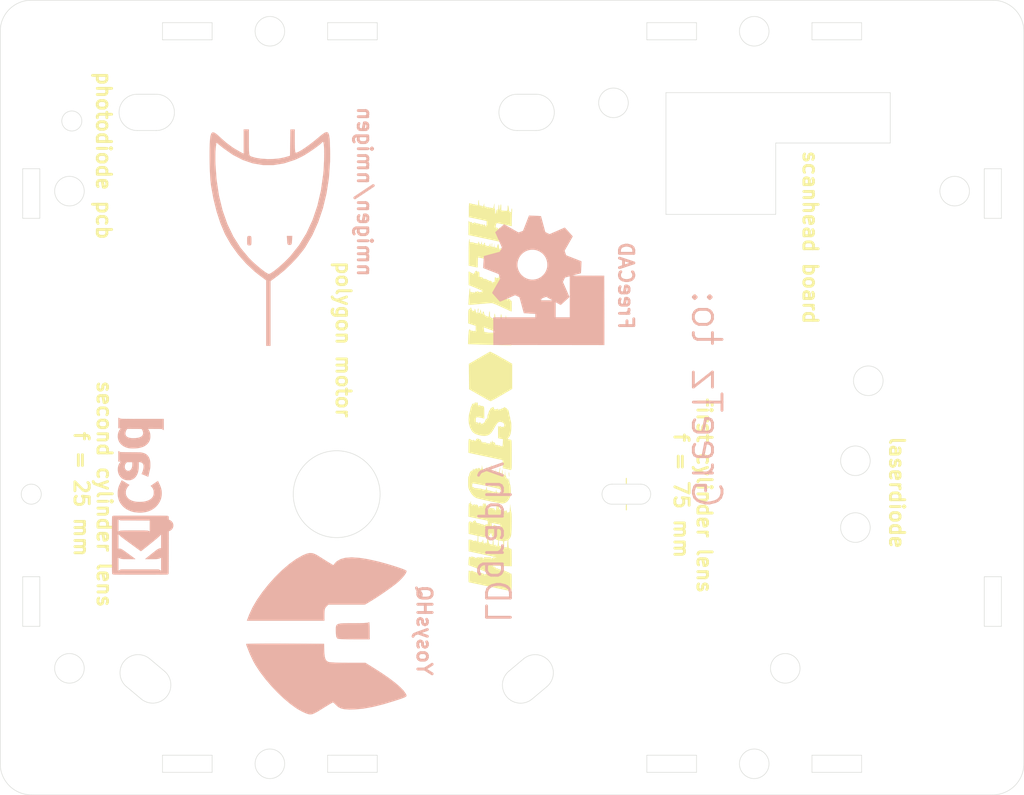
<source format=kicad_pcb>
(kicad_pcb (version 20171130) (host pcbnew "(5.1.10)-1")

  (general
    (thickness 1.6)
    (drawings 110)
    (tracks 0)
    (zones 0)
    (modules 5)
    (nets 1)
  )

  (page A4)
  (layers
    (0 F.Cu signal)
    (31 B.Cu signal)
    (32 B.Adhes user)
    (33 F.Adhes user)
    (34 B.Paste user)
    (35 F.Paste user)
    (36 B.SilkS user)
    (37 F.SilkS user)
    (38 B.Mask user)
    (39 F.Mask user)
    (40 Dwgs.User user)
    (41 Cmts.User user)
    (42 Eco1.User user)
    (43 Eco2.User user)
    (44 Edge.Cuts user)
    (45 Margin user)
    (46 B.CrtYd user)
    (47 F.CrtYd user)
    (48 B.Fab user)
    (49 F.Fab user)
  )

  (setup
    (last_trace_width 0.25)
    (trace_clearance 0.2)
    (zone_clearance 0.508)
    (zone_45_only no)
    (trace_min 0.2)
    (via_size 0.8)
    (via_drill 0.4)
    (via_min_size 0.4)
    (via_min_drill 0.3)
    (uvia_size 0.3)
    (uvia_drill 0.1)
    (uvias_allowed no)
    (uvia_min_size 0.2)
    (uvia_min_drill 0.1)
    (edge_width 0.05)
    (segment_width 0.2)
    (pcb_text_width 0.3)
    (pcb_text_size 1.5 1.5)
    (mod_edge_width 0.12)
    (mod_text_size 1 1)
    (mod_text_width 0.15)
    (pad_size 1.524 1.524)
    (pad_drill 0.762)
    (pad_to_mask_clearance 0)
    (aux_axis_origin 0 0)
    (grid_origin 154.1145 103.9495)
    (visible_elements 7FFFFFFF)
    (pcbplotparams
      (layerselection 0x010fc_ffffffff)
      (usegerberextensions false)
      (usegerberattributes true)
      (usegerberadvancedattributes true)
      (creategerberjobfile true)
      (excludeedgelayer true)
      (linewidth 0.100000)
      (plotframeref false)
      (viasonmask false)
      (mode 1)
      (useauxorigin false)
      (hpglpennumber 1)
      (hpglpenspeed 20)
      (hpglpendiameter 15.000000)
      (psnegative false)
      (psa4output false)
      (plotreference true)
      (plotvalue true)
      (plotinvisibletext false)
      (padsonsilk false)
      (subtractmaskfromsilk false)
      (outputformat 1)
      (mirror false)
      (drillshape 1)
      (scaleselection 1)
      (outputdirectory ""))
  )

  (net 0 "")

  (net_class Default "This is the default net class."
    (clearance 0.2)
    (trace_width 0.25)
    (via_dia 0.8)
    (via_drill 0.4)
    (uvia_dia 0.3)
    (uvia_drill 0.1)
  )

  (module footprints:yosys (layer B.Cu) (tedit 61683E02) (tstamp 61689EF1)
    (at 153.00198 118.5672 90)
    (path /616863FC)
    (fp_text reference L5 (at 0 0 -90) (layer B.SilkS) hide
      (effects (font (size 1.524 1.524) (thickness 0.3)) (justify mirror))
    )
    (fp_text value Logo_Open_Hardware_Large (at 0.75 0 -90) (layer B.SilkS) hide
      (effects (font (size 1.524 1.524) (thickness 0.3)) (justify mirror))
    )
    (fp_poly (pts (xy 0.359834 4.565316) (xy 0.725855 4.559226) (xy 1.007831 4.547674) (xy 1.176801 4.53235)
      (xy 1.2065 4.515927) (xy 1.166943 4.454491) (xy 1.137683 4.295418) (xy 1.117643 4.022003)
      (xy 1.105743 3.617542) (xy 1.100904 3.06533) (xy 1.100667 2.877659) (xy 1.099625 2.270527)
      (xy 1.090625 1.812012) (xy 1.064854 1.481399) (xy 1.013497 1.257973) (xy 0.927743 1.121019)
      (xy 0.798777 1.049824) (xy 0.617786 1.023672) (xy 0.375958 1.021848) (xy 0.311453 1.022684)
      (xy 0.012615 1.033758) (xy -0.228314 1.055651) (xy -0.338666 1.077713) (xy -0.490953 1.176559)
      (xy -0.52787 1.219195) (xy -0.547302 1.329558) (xy -0.56439 1.58141) (xy -0.578108 1.946912)
      (xy -0.587429 2.398224) (xy -0.591329 2.907508) (xy -0.59137 2.942166) (xy -0.592666 4.572)
      (xy 0.359834 4.565316)) (layer B.SilkS) (width 0.01))
    (fp_poly (pts (xy 6.603172 8.413902) (xy 6.676256 8.28194) (xy 6.783661 8.014903) (xy 6.916136 7.641348)
      (xy 7.06443 7.18983) (xy 7.219291 6.688907) (xy 7.371468 6.167134) (xy 7.511711 5.653068)
      (xy 7.565792 5.442498) (xy 7.801978 4.388416) (xy 7.945303 3.472599) (xy 7.995643 2.691629)
      (xy 7.952871 2.042089) (xy 7.816862 1.520562) (xy 7.587492 1.12363) (xy 7.400916 0.940625)
      (xy 7.178448 0.765632) (xy 7.414981 0.361649) (xy 7.576898 0.093761) (xy 7.791153 -0.249259)
      (xy 8.016447 -0.601456) (xy 8.05909 -0.66703) (xy 8.301438 -1.073572) (xy 8.43161 -1.408018)
      (xy 8.453802 -1.721282) (xy 8.372211 -2.064277) (xy 8.20651 -2.455334) (xy 7.820421 -3.138889)
      (xy 7.300359 -3.859007) (xy 6.671146 -4.59345) (xy 5.957605 -5.319981) (xy 5.18456 -6.016363)
      (xy 4.376834 -6.660357) (xy 3.559249 -7.229727) (xy 2.756628 -7.702234) (xy 1.993795 -8.055643)
      (xy 1.926167 -8.081513) (xy 1.354667 -8.295878) (xy 1.354667 -0.169334) (xy 1.993515 -0.169334)
      (xy 2.333393 -0.163005) (xy 2.553333 -0.135972) (xy 2.702512 -0.076165) (xy 2.830107 0.028487)
      (xy 2.840182 0.038485) (xy 3.048 0.246303) (xy 3.048 4.084183) (xy 3.359184 4.603258)
      (xy 3.67713 5.116249) (xy 4.032594 5.660776) (xy 4.402885 6.204506) (xy 4.765307 6.715107)
      (xy 5.097168 7.160246) (xy 5.375774 7.50759) (xy 5.482678 7.628738) (xy 5.804879 7.951748)
      (xy 6.103092 8.204717) (xy 6.354049 8.371344) (xy 6.534487 8.435326) (xy 6.603172 8.413902)) (layer B.SilkS) (width 0.01))
    (fp_poly (pts (xy -6.442986 8.423355) (xy -6.341627 8.378899) (xy -6.297735 8.356156) (xy -5.968271 8.125979)
      (xy -5.578992 7.749423) (xy -5.137246 7.235554) (xy -4.650379 6.593439) (xy -4.125737 5.832143)
      (xy -3.648386 5.086529) (xy -3.048 4.119391) (xy -3.048 2.275346) (xy -3.043383 1.584024)
      (xy -3.029881 1.020146) (xy -3.008014 0.595065) (xy -2.978302 0.320133) (xy -2.953981 0.224952)
      (xy -2.840101 0.050803) (xy -2.665269 -0.067446) (xy -2.398463 -0.140732) (xy -2.008664 -0.179992)
      (xy -1.778 -0.189685) (xy -1.058333 -0.211667) (xy -1.036353 -4.296834) (xy -1.033266 -5.110182)
      (xy -1.032877 -5.869357) (xy -1.035017 -6.558077) (xy -1.039517 -7.160059) (xy -1.046208 -7.659022)
      (xy -1.054922 -8.038683) (xy -1.065488 -8.28276) (xy -1.077739 -8.374972) (xy -1.078687 -8.375316)
      (xy -1.208936 -8.343333) (xy -1.27 -8.323012) (xy -2.13706 -7.980875) (xy -2.902295 -7.616728)
      (xy -3.299118 -7.393248) (xy -4.032057 -6.90856) (xy -4.771827 -6.344601) (xy -5.497313 -5.723016)
      (xy -6.1874 -5.06545) (xy -6.820973 -4.393549) (xy -7.376918 -3.728957) (xy -7.83412 -3.093321)
      (xy -8.171463 -2.508285) (xy -8.263794 -2.303839) (xy -8.371605 -2.037048) (xy -8.440446 -1.823854)
      (xy -8.46288 -1.634566) (xy -8.431468 -1.439493) (xy -8.338772 -1.208945) (xy -8.177354 -0.913231)
      (xy -7.939776 -0.52266) (xy -7.735507 -0.195081) (xy -7.526695 0.14358) (xy -7.355573 0.428985)
      (xy -7.239708 0.631273) (xy -7.19667 0.720582) (xy -7.196666 0.720771) (xy -7.252967 0.80502)
      (xy -7.395658 0.958461) (xy -7.484594 1.044922) (xy -7.689097 1.28339) (xy -7.82984 1.568373)
      (xy -7.913673 1.92952) (xy -7.947449 2.396477) (xy -7.938019 2.998892) (xy -7.937731 3.005666)
      (xy -7.853297 3.902512) (xy -7.67094 4.908411) (xy -7.388789 6.032132) (xy -7.062242 7.107634)
      (xy -6.897297 7.613971) (xy -6.773156 7.979177) (xy -6.677738 8.222987) (xy -6.598958 8.365131)
      (xy -6.524735 8.425343) (xy -6.442986 8.423355)) (layer B.SilkS) (width 0.01))
  )

  (module footprints:nmigen (layer B.Cu) (tedit 61683DFA) (tstamp 61689652)
    (at 147.0914 77.07376 270)
    (path /61683AB9)
    (fp_text reference L4 (at 0 0 90) (layer B.SilkS) hide
      (effects (font (size 1.524 1.524) (thickness 0.3)) (justify mirror))
    )
    (fp_text value Logo_Open_Hardware_Large (at 0.75 0 90) (layer B.SilkS) hide
      (effects (font (size 1.524 1.524) (thickness 0.3)) (justify mirror))
    )
    (fp_poly (pts (xy -7.897042 6.288422) (xy -7.209686 6.269466) (xy -6.558884 6.239508) (xy -5.980877 6.198997)
      (xy -5.511912 6.148382) (xy -5.442857 6.138383) (xy -4.046418 5.882085) (xy -2.728445 5.553019)
      (xy -1.519506 5.160135) (xy -0.450166 4.712386) (xy -0.265739 4.622073) (xy 0.758943 4.02987)
      (xy 1.763588 3.303537) (xy 2.701924 2.481695) (xy 3.527676 1.602969) (xy 3.875705 1.1653)
      (xy 4.474934 0.362858) (xy 11.339286 0.362858) (xy 11.339286 -0.090714) (xy 4.556587 -0.090714)
      (xy 3.963813 -0.889881) (xy 3.39366 -1.587473) (xy 2.720546 -2.295462) (xy 1.997155 -2.963427)
      (xy 1.276172 -3.540951) (xy 0.967701 -3.757133) (xy -0.264973 -4.477311) (xy -1.62554 -5.088143)
      (xy -3.09311 -5.584106) (xy -4.64679 -5.959679) (xy -6.265691 -6.209338) (xy -7.928921 -6.327561)
      (xy -8.786219 -6.335482) (xy -9.272009 -6.327676) (xy -9.719285 -6.316664) (xy -10.082931 -6.303815)
      (xy -10.317832 -6.290498) (xy -10.341428 -6.288316) (xy -10.738681 -6.228949) (xy -10.978693 -6.136743)
      (xy -11.065728 -5.993293) (xy -11.004047 -5.780195) (xy -10.861394 -5.57179) (xy -10.052608 -5.57179)
      (xy -9.971407 -5.637706) (xy -9.723566 -5.682876) (xy -9.304224 -5.708261) (xy -8.803543 -5.715)
      (xy -8.243275 -5.706832) (xy -7.636151 -5.68474) (xy -7.064526 -5.652342) (xy -6.69979 -5.62259)
      (xy -4.96231 -5.379324) (xy -3.343148 -5.003365) (xy -1.844117 -4.495464) (xy -0.467033 -3.856371)
      (xy 0.786291 -3.086835) (xy 1.91404 -2.187607) (xy 2.156247 -1.961771) (xy 2.536572 -1.579621)
      (xy 2.904021 -1.179877) (xy 3.236522 -0.789864) (xy 3.512 -0.43691) (xy 3.708381 -0.148341)
      (xy 3.803593 0.048515) (xy 3.809128 0.084454) (xy 3.749982 0.238875) (xy 3.586781 0.493731)
      (xy 3.342789 0.820204) (xy 3.04127 1.189476) (xy 2.705486 1.572729) (xy 2.358702 1.941145)
      (xy 2.121244 2.175365) (xy 1.069099 3.050501) (xy -0.114365 3.803359) (xy -1.425124 4.432488)
      (xy -2.859157 4.936438) (xy -4.412441 5.313757) (xy -6.080954 5.562994) (xy -7.574643 5.672561)
      (xy -8.094192 5.686886) (xy -8.602823 5.68845) (xy -9.046229 5.677865) (xy -9.370108 5.655744)
      (xy -9.401467 5.65194) (xy -9.958292 5.578929) (xy -9.401238 4.885235) (xy -8.682543 3.866528)
      (xy -8.14312 2.825206) (xy -7.783285 1.764043) (xy -7.603359 0.685813) (xy -7.60366 -0.406707)
      (xy -7.784505 -1.510743) (xy -8.146214 -2.62352) (xy -8.460154 -3.314058) (xy -8.627745 -3.616238)
      (xy -8.852409 -3.980105) (xy -9.10934 -4.370055) (xy -9.373736 -4.750482) (xy -9.620791 -5.085785)
      (xy -9.825702 -5.340359) (xy -9.963663 -5.478601) (xy -9.972028 -5.48417) (xy -10.052608 -5.57179)
      (xy -10.861394 -5.57179) (xy -10.797911 -5.479048) (xy -10.587408 -5.226131) (xy -10.173676 -4.730388)
      (xy -9.790007 -4.237537) (xy -9.453429 -3.772481) (xy -9.18097 -3.360122) (xy -8.989658 -3.025365)
      (xy -8.896522 -2.79311) (xy -8.890233 -2.744107) (xy -8.938547 -2.695548) (xy -9.097191 -2.661897)
      (xy -9.386374 -2.641284) (xy -9.8263 -2.631836) (xy -10.114643 -2.630714) (xy -11.339285 -2.630714)
      (xy -11.339285 -2.181868) (xy -9.957156 -2.156827) (xy -8.575026 -2.131785) (xy -8.406007 -1.542142)
      (xy -8.296773 -1.012769) (xy -8.238917 -0.402328) (xy -8.2306 0.241153) (xy -8.269984 0.869645)
      (xy -8.355229 1.43512) (xy -8.484496 1.889549) (xy -8.542322 2.018393) (xy -8.592351 2.080217)
      (xy -8.686926 2.123745) (xy -8.854252 2.152088) (xy -9.122533 2.168356) (xy -9.519974 2.17566)
      (xy -9.981763 2.177143) (xy -11.339285 2.177143) (xy -11.339285 2.721429) (xy -8.795598 2.721429)
      (xy -8.991639 3.106965) (xy -9.414618 3.823584) (xy -9.949879 4.550755) (xy -10.499145 5.170702)
      (xy -10.820916 5.522052) (xy -11.000791 5.780819) (xy -11.04076 5.964937) (xy -10.942811 6.092339)
      (xy -10.708933 6.180957) (xy -10.613571 6.202454) (xy -10.287111 6.245245) (xy -9.815985 6.274788)
      (xy -9.236435 6.291532) (xy -8.584706 6.295927) (xy -7.897042 6.288422)) (layer B.SilkS) (width 0.01))
    (fp_poly (pts (xy 0.294822 -1.832223) (xy 0.572853 -1.855668) (xy 0.714668 -1.900493) (xy 0.765461 -1.990821)
      (xy 0.771072 -2.086428) (xy 0.755452 -2.219723) (xy 0.678465 -2.291687) (xy 0.494918 -2.326441)
      (xy 0.294822 -2.340633) (xy -0.181428 -2.368052) (xy -0.181428 -1.804804) (xy 0.294822 -1.832223)) (layer B.SilkS) (width 0.01))
    (fp_poly (pts (xy 0.603247 2.352685) (xy 0.752033 2.32157) (xy 0.808255 2.245047) (xy 0.816429 2.131786)
      (xy 0.803477 2.001901) (xy 0.735025 1.934271) (xy 0.566675 1.908716) (xy 0.3175 1.905)
      (xy 0.031753 1.910887) (xy -0.117032 1.942002) (xy -0.173255 2.018525) (xy -0.181428 2.131786)
      (xy -0.168477 2.261671) (xy -0.100025 2.329301) (xy 0.068326 2.354857) (xy 0.3175 2.358572)
      (xy 0.603247 2.352685)) (layer B.SilkS) (width 0.01))
  )

  (module footprints:freecad (layer B.Cu) (tedit 61683DEF) (tstamp 6168964A)
    (at 175.77308 81.45272 90)
    (path /6168429C)
    (fp_text reference L3 (at 0 0 90) (layer B.SilkS) hide
      (effects (font (size 1.524 1.524) (thickness 0.3)) (justify mirror))
    )
    (fp_text value Logo_Open_Hardware_Large (at 0.75 0 90) (layer B.SilkS) hide
      (effects (font (size 1.524 1.524) (thickness 0.3)) (justify mirror))
    )
    (fp_poly (pts (xy -5.362589 6.388096) (xy -5.16992 6.388037) (xy -4.95476 6.387864) (xy -4.720018 6.387585)
      (xy -4.468603 6.387207) (xy -4.203422 6.386735) (xy -3.927386 6.386178) (xy -3.643403 6.385541)
      (xy -3.354381 6.384831) (xy -3.06323 6.384056) (xy -2.772858 6.383222) (xy -2.486174 6.382335)
      (xy -2.206086 6.381403) (xy -1.935505 6.380432) (xy -1.730422 6.379642) (xy 0.393607 6.371193)
      (xy 0.396828 4.68755) (xy 0.40005 3.003907) (xy 0.653638 3.937001) (xy 0.698294 3.937197)
      (xy 0.720038 3.937911) (xy 0.764344 3.939875) (xy 0.828414 3.942948) (xy 0.909449 3.946989)
      (xy 1.004649 3.951857) (xy 1.111215 3.957411) (xy 1.226349 3.963509) (xy 1.31445 3.968238)
      (xy 1.432471 3.974408) (xy 1.542643 3.979783) (xy 1.642385 3.984263) (xy 1.729119 3.987753)
      (xy 1.800265 3.990153) (xy 1.853243 3.991365) (xy 1.885474 3.991293) (xy 1.894567 3.990266)
      (xy 1.900544 3.977222) (xy 1.914945 3.942478) (xy 1.93699 3.888005) (xy 1.965894 3.815776)
      (xy 2.000876 3.727763) (xy 2.041152 3.625937) (xy 2.08594 3.512271) (xy 2.134457 3.388736)
      (xy 2.18592 3.257304) (xy 2.210634 3.19405) (xy 2.263279 3.059435) (xy 2.313406 2.931662)
      (xy 2.360226 2.812721) (xy 2.402948 2.704602) (xy 2.440781 2.609295) (xy 2.472933 2.528791)
      (xy 2.498614 2.465078) (xy 2.517034 2.420149) (xy 2.5274 2.395991) (xy 2.529241 2.392408)
      (xy 2.544273 2.383954) (xy 2.579441 2.368932) (xy 2.630812 2.348878) (xy 2.694448 2.325325)
      (xy 2.766413 2.299809) (xy 2.769654 2.298684) (xy 2.852974 2.270215) (xy 2.915833 2.249873)
      (xy 2.961532 2.236809) (xy 2.993371 2.230172) (xy 3.01465 2.229114) (xy 3.027626 2.232287)
      (xy 3.043373 2.240743) (xy 3.079219 2.260772) (xy 3.133246 2.291283) (xy 3.203537 2.331182)
      (xy 3.288172 2.379377) (xy 3.385236 2.434776) (xy 3.49281 2.496286) (xy 3.608976 2.562814)
      (xy 3.731817 2.633268) (xy 3.778234 2.659915) (xy 3.902456 2.73105) (xy 4.020329 2.798163)
      (xy 4.129989 2.860216) (xy 4.229575 2.916176) (xy 4.317222 2.965005) (xy 4.39107 3.00567)
      (xy 4.449254 3.037133) (xy 4.489913 3.05836) (xy 4.511184 3.068314) (xy 4.513836 3.068913)
      (xy 4.525344 3.059746) (xy 4.553414 3.035605) (xy 4.595755 2.99854) (xy 4.65008 2.950598)
      (xy 4.714097 2.893829) (xy 4.785517 2.830282) (xy 4.862052 2.762006) (xy 4.94141 2.69105)
      (xy 5.021303 2.619462) (xy 5.09944 2.549293) (xy 5.173533 2.482591) (xy 5.241291 2.421405)
      (xy 5.300426 2.367783) (xy 5.348647 2.323776) (xy 5.383664 2.291432) (xy 5.400951 2.275019)
      (xy 5.436153 2.240508) (xy 5.092976 1.455487) (xy 5.034799 1.322167) (xy 4.979725 1.195495)
      (xy 4.92859 1.07742) (xy 4.882226 0.96989) (xy 4.841469 0.874853) (xy 4.807152 0.794258)
      (xy 4.780109 0.730053) (xy 4.761175 0.684185) (xy 4.751184 0.658603) (xy 4.7498 0.653952)
      (xy 4.755083 0.637807) (xy 4.769795 0.602654) (xy 4.792231 0.552313) (xy 4.820685 0.490604)
      (xy 4.853451 0.421347) (xy 4.856133 0.415751) (xy 4.894267 0.337104) (xy 4.923791 0.278636)
      (xy 4.946511 0.237362) (xy 4.964231 0.210293) (xy 4.978758 0.194442) (xy 4.991896 0.186825)
      (xy 4.995077 0.185881) (xy 5.026256 0.177834) (xy 5.077439 0.164354) (xy 5.146179 0.146101)
      (xy 5.230026 0.123736) (xy 5.32653 0.097918) (xy 5.433241 0.069309) (xy 5.54771 0.038569)
      (xy 5.667489 0.006357) (xy 5.790127 -0.026664) (xy 5.913175 -0.059836) (xy 6.034183 -0.092498)
      (xy 6.150703 -0.123989) (xy 6.260284 -0.153649) (xy 6.360478 -0.180817) (xy 6.448834 -0.204833)
      (xy 6.522904 -0.225037) (xy 6.580237 -0.240768) (xy 6.618386 -0.251367) (xy 6.634899 -0.256171)
      (xy 6.635386 -0.256372) (xy 6.636999 -0.269863) (xy 6.639508 -0.305706) (xy 6.642777 -0.360927)
      (xy 6.646671 -0.43255) (xy 6.651054 -0.517601) (xy 6.655791 -0.613108) (xy 6.660745 -0.716094)
      (xy 6.66578 -0.823587) (xy 6.670761 -0.932612) (xy 6.675552 -1.040195) (xy 6.680018 -1.143362)
      (xy 6.684021 -1.239138) (xy 6.687428 -1.32455) (xy 6.6901 -1.396623) (xy 6.691904 -1.452383)
      (xy 6.692703 -1.488856) (xy 6.692361 -1.503067) (xy 6.692317 -1.503135) (xy 6.679796 -1.50854)
      (xy 6.64554 -1.522337) (xy 6.591505 -1.543762) (xy 6.519648 -1.572047) (xy 6.431923 -1.606427)
      (xy 6.330289 -1.646136) (xy 6.2167 -1.690407) (xy 6.093114 -1.738476) (xy 5.961485 -1.789576)
      (xy 5.8928 -1.816204) (xy 5.757754 -1.868602) (xy 5.629689 -1.918424) (xy 5.510571 -1.964895)
      (xy 5.402368 -2.007242) (xy 5.307046 -2.044691) (xy 5.22657 -2.07647) (xy 5.162909 -2.101804)
      (xy 5.118029 -2.11992) (xy 5.093895 -2.130045) (xy 5.090225 -2.131867) (xy 5.083516 -2.145852)
      (xy 5.070008 -2.180074) (xy 5.051114 -2.230736) (xy 5.028247 -2.294039) (xy 5.00282 -2.366184)
      (xy 4.999415 -2.375972) (xy 4.917429 -2.611994) (xy 5.349112 -3.364861) (xy 5.780794 -4.117728)
      (xy 5.737185 -4.163889) (xy 5.719255 -4.18336) (xy 5.686475 -4.219458) (xy 5.640927 -4.269875)
      (xy 5.58469 -4.332301) (xy 5.519842 -4.404427) (xy 5.448464 -4.483944) (xy 5.372636 -4.568542)
      (xy 5.346794 -4.5974) (xy 5.270683 -4.682374) (xy 5.198968 -4.762362) (xy 5.133618 -4.835174)
      (xy 5.076601 -4.89862) (xy 5.029887 -4.95051) (xy 4.995442 -4.988655) (xy 4.975237 -5.010864)
      (xy 4.971773 -5.014594) (xy 4.943534 -5.044438) (xy 4.149432 -4.694073) (xy 3.35533 -4.343709)
      (xy 3.12887 -4.452332) (xy 3.059444 -4.485699) (xy 2.998361 -4.515183) (xy 2.949122 -4.539082)
      (xy 2.915233 -4.555694) (xy 2.900196 -4.56332) (xy 2.899775 -4.563591) (xy 2.896126 -4.57598)
      (xy 2.886454 -4.6109) (xy 2.871298 -4.666346) (xy 2.851203 -4.740313) (xy 2.82671 -4.830795)
      (xy 2.798362 -4.935787) (xy 2.766702 -5.053285) (xy 2.73227 -5.181282) (xy 2.695611 -5.317773)
      (xy 2.674543 -5.396306) (xy 2.636823 -5.536747) (xy 2.600952 -5.669877) (xy 2.567481 -5.793681)
      (xy 2.536959 -5.906143) (xy 2.509938 -6.005248) (xy 2.486967 -6.088982) (xy 2.468596 -6.155328)
      (xy 2.455377 -6.202273) (xy 2.447858 -6.227799) (xy 2.446353 -6.231979) (xy 2.432943 -6.233771)
      (xy 2.39663 -6.236764) (xy 2.339876 -6.2408) (xy 2.265141 -6.245724) (xy 2.174886 -6.251376)
      (xy 2.071573 -6.2576) (xy 1.957663 -6.264239) (xy 1.835616 -6.271135) (xy 1.822472 -6.271865)
      (xy 1.204183 -6.306158) (xy 1.188126 -6.274104) (xy 1.180845 -6.256957) (xy 1.165203 -6.218193)
      (xy 1.142012 -6.159878) (xy 1.112084 -6.08408) (xy 1.076231 -5.992867) (xy 1.035266 -5.888307)
      (xy 0.990001 -5.772467) (xy 0.941247 -5.647415) (xy 0.889817 -5.515219) (xy 0.870614 -5.465789)
      (xy 0.569159 -4.689528) (xy 0.328578 -4.604498) (xy 0.087996 -4.519469) (xy -0.65452 -4.945784)
      (xy -0.780579 -5.018048) (xy -0.900294 -5.086457) (xy -1.01183 -5.149975) (xy -1.113349 -5.207567)
      (xy -1.203013 -5.258196) (xy -1.278986 -5.300827) (xy -1.33943 -5.334424) (xy -1.382509 -5.357952)
      (xy -1.406385 -5.370373) (xy -1.410615 -5.3721) (xy -1.421974 -5.363918) (xy -1.449925 -5.340711)
      (xy -1.492216 -5.304483) (xy -1.546596 -5.257241) (xy -1.610811 -5.200991) (xy -1.682612 -5.137737)
      (xy -1.759745 -5.069486) (xy -1.839958 -4.998243) (xy -1.921001 -4.926014) (xy -2.000621 -4.854805)
      (xy -2.076566 -4.786622) (xy -2.146585 -4.723469) (xy -2.208425 -4.667353) (xy -2.259836 -4.620279)
      (xy -2.298563 -4.584254) (xy -2.322357 -4.561283) (xy -2.328689 -4.554384) (xy -2.325907 -4.539536)
      (xy -2.312792 -4.502292) (xy -2.289628 -4.443331) (xy -2.256701 -4.36333) (xy -2.214295 -4.262969)
      (xy -2.162696 -4.142924) (xy -2.102187 -4.003876) (xy -2.033055 -3.846501) (xy -1.999884 -3.771413)
      (xy -1.941544 -3.639352) (xy -1.8862 -3.513673) (xy -1.834721 -3.396375) (xy -1.787977 -3.28946)
      (xy -1.746837 -3.194928) (xy -1.712171 -3.114779) (xy -1.684848 -3.051013) (xy -1.665739 -3.005631)
      (xy -1.655712 -2.980634) (xy -1.654424 -2.976723) (xy -1.657989 -2.955101) (xy -1.67268 -2.913374)
      (xy -1.697575 -2.853799) (xy -1.731755 -2.778633) (xy -1.756203 -2.727264) (xy -1.863698 -2.504633)
      (xy -1.931974 -2.485255) (xy -1.956268 -2.478522) (xy -2.002745 -2.4658) (xy -2.069066 -2.447723)
      (xy -2.152894 -2.424926) (xy -2.25189 -2.398044) (xy -2.363716 -2.367712) (xy -2.486034 -2.334564)
      (xy -2.616506 -2.299236) (xy -2.752794 -2.262363) (xy -2.76225 -2.259806) (xy -2.896633 -2.223416)
      (xy -3.023625 -2.188935) (xy -3.141124 -2.156939) (xy -3.247029 -2.128006) (xy -3.339238 -2.102711)
      (xy -3.415649 -2.081631) (xy -3.47416 -2.065344) (xy -3.51267 -2.054426) (xy -3.529077 -2.049454)
      (xy -3.529504 -2.049255) (xy -3.531285 -2.036066) (xy -3.534344 -2.000009) (xy -3.538516 -1.943579)
      (xy -3.543632 -1.869265) (xy -3.549525 -1.779561) (xy -3.556028 -1.676959) (xy -3.562973 -1.563951)
      (xy -3.570098 -1.444663) (xy -3.57722 -1.323889) (xy -3.58389 -1.211106) (xy -3.58554 -1.183294)
      (xy -0.021876 -1.183294) (xy -0.020775 -1.21285) (xy 0.0004 -1.416383) (xy 0.04442 -1.608996)
      (xy 0.111454 -1.791041) (xy 0.201669 -1.962874) (xy 0.315231 -2.124846) (xy 0.452308 -2.277312)
      (xy 0.507565 -2.330051) (xy 0.629706 -2.428652) (xy 0.76854 -2.517314) (xy 0.917684 -2.592889)
      (xy 1.070754 -2.652228) (xy 1.221367 -2.692185) (xy 1.254014 -2.698141) (xy 1.308315 -2.707241)
      (xy 1.356321 -2.715426) (xy 1.390046 -2.72133) (xy 1.397 -2.722606) (xy 1.421238 -2.724363)
      (xy 1.465016 -2.724921) (xy 1.522502 -2.724297) (xy 1.587865 -2.722506) (xy 1.6002 -2.722053)
      (xy 1.692044 -2.716973) (xy 1.770776 -2.708382) (xy 1.848623 -2.694533) (xy 1.93675 -2.673946)
      (xy 2.12426 -2.613847) (xy 2.301414 -2.531176) (xy 2.466402 -2.427277) (xy 2.617417 -2.303497)
      (xy 2.752649 -2.161179) (xy 2.87029 -2.001671) (xy 2.896215 -1.960136) (xy 2.984606 -1.789693)
      (xy 3.051386 -1.60894) (xy 3.096073 -1.421145) (xy 3.118184 -1.229578) (xy 3.117239 -1.037505)
      (xy 3.092753 -0.848197) (xy 3.073045 -0.761371) (xy 3.011931 -0.575346) (xy 2.928493 -0.398774)
      (xy 2.824471 -0.233939) (xy 2.701605 -0.083128) (xy 2.561635 0.051376) (xy 2.406303 0.167288)
      (xy 2.33045 0.213576) (xy 2.165854 0.293577) (xy 1.988974 0.354203) (xy 1.804123 0.394887)
      (xy 1.615613 0.415066) (xy 1.427758 0.414175) (xy 1.244871 0.391648) (xy 1.144347 0.36887)
      (xy 0.958587 0.306549) (xy 0.784894 0.223204) (xy 0.624562 0.120589) (xy 0.478884 0.000461)
      (xy 0.349155 -0.135423) (xy 0.236668 -0.285309) (xy 0.142715 -0.44744) (xy 0.068591 -0.620059)
      (xy 0.015588 -0.801412) (xy -0.014998 -0.989743) (xy -0.021876 -1.183294) (xy -3.58554 -1.183294)
      (xy -3.589961 -1.1088) (xy -3.595283 -1.019454) (xy -3.599708 -0.945554) (xy -3.603089 -0.889583)
      (xy -3.605275 -0.854026) (xy -3.606119 -0.841375) (xy -3.618325 -0.840251) (xy -3.651444 -0.839303)
      (xy -3.700989 -0.838606) (xy -3.762471 -0.838238) (xy -3.79095 -0.8382) (xy -3.9751 -0.8382)
      (xy -3.9751 -5.245208) (xy -6.86435 -5.23875) (xy -6.867418 0.355141) (xy -2.1971 0.355141)
      (xy -2.1971 -0.253629) (xy -2.13423 -0.228847) (xy -2.088252 -0.210524) (xy -2.044257 -0.192674)
      (xy -2.028544 -0.186177) (xy -2.010435 -0.177243) (xy -1.995893 -0.164855) (xy -1.982513 -0.144694)
      (xy -1.967893 -0.112441) (xy -1.949629 -0.063778) (xy -1.931122 -0.011119) (xy -1.907409 0.056664)
      (xy -1.883601 0.123919) (xy -1.862518 0.182724) (xy -1.847401 0.224034) (xy -1.818286 0.302017)
      (xy -2.002087 0.623769) (xy -2.049037 0.705818) (xy -2.09194 0.780529) (xy -2.129176 0.845102)
      (xy -2.159125 0.896738) (xy -2.180167 0.932635) (xy -2.190682 0.949994) (xy -2.191494 0.951128)
      (xy -2.192617 0.939985) (xy -2.193664 0.905876) (xy -2.194614 0.851232) (xy -2.195443 0.778486)
      (xy -2.196129 0.690071) (xy -2.196649 0.588421) (xy -2.19698 0.475966) (xy -2.1971 0.355141)
      (xy -6.867418 0.355141) (xy -6.868742 2.7686) (xy -3.9751 2.7686) (xy -3.9751 1.2827)
      (xy -3.18135 1.2827) (xy -3.041951 1.282804) (xy -2.910346 1.283104) (xy -2.788687 1.283581)
      (xy -2.679124 1.284217) (xy -2.583809 1.284995) (xy -2.504892 1.285895) (xy -2.444524 1.286901)
      (xy -2.404855 1.287994) (xy -2.388036 1.289156) (xy -2.3876 1.289378) (xy -2.393646 1.30183)
      (xy -2.410602 1.333122) (xy -2.436702 1.380085) (xy -2.470175 1.43955) (xy -2.509254 1.508349)
      (xy -2.533622 1.550986) (xy -2.679644 1.805917) (xy -2.632047 1.859777) (xy -2.521782 1.984105)
      (xy -2.415161 2.103459) (xy -2.313463 2.216458) (xy -2.217965 2.321723) (xy -2.129947 2.417874)
      (xy -2.050688 2.503532) (xy -1.981465 2.577317) (xy -1.923558 2.637848) (xy -1.878245 2.683747)
      (xy -1.846804 2.713633) (xy -1.830514 2.726126) (xy -1.828996 2.726382) (xy -1.814332 2.720455)
      (xy -1.778385 2.705176) (xy -1.723132 2.681404) (xy -1.650547 2.649996) (xy -1.562606 2.611812)
      (xy -1.461283 2.567709) (xy -1.348555 2.518545) (xy -1.226397 2.465179) (xy -1.096784 2.408469)
      (xy -1.038134 2.38278) (xy -0.906316 2.325063) (xy -0.781426 2.270455) (xy -0.665395 2.219794)
      (xy -0.560153 2.17392) (xy -0.467634 2.133674) (xy -0.389766 2.099894) (xy -0.328483 2.07342)
      (xy -0.285714 2.055092) (xy -0.263392 2.04575) (xy -0.260525 2.0447) (xy -0.247766 2.049947)
      (xy -0.215695 2.064577) (xy -0.167873 2.086925) (xy -0.107859 2.115324) (xy -0.039211 2.14811)
      (xy -0.027686 2.153641) (xy 0.199159 2.262582) (xy 0.264901 2.506066) (xy 0.285016 2.581063)
      (xy 0.302622 2.647659) (xy 0.316715 2.70198) (xy 0.326293 2.740151) (xy 0.330351 2.758298)
      (xy 0.330421 2.759075) (xy 0.317915 2.760101) (xy 0.281315 2.761096) (xy 0.221927 2.762054)
      (xy 0.141057 2.76297) (xy 0.040012 2.763838) (xy -0.079902 2.764652) (xy -0.217379 2.765406)
      (xy -0.371113 2.766095) (xy -0.539797 2.766713) (xy -0.722126 2.767253) (xy -0.916794 2.767711)
      (xy -1.122494 2.768081) (xy -1.337919 2.768356) (xy -1.561765 2.768531) (xy -1.792724 2.7686)
      (xy -3.9751 2.7686) (xy -6.868742 2.7686) (xy -6.870728 6.3881) (xy -5.362589 6.388096)) (layer B.SilkS) (width 0.01))
  )

  (module footprints:kicad (layer B.Cu) (tedit 0) (tstamp 61689644)
    (at 133.8453 104.22382 90)
    (path /61683D03)
    (fp_text reference L2 (at 0 0 90) (layer B.SilkS) hide
      (effects (font (size 1.524 1.524) (thickness 0.3)) (justify mirror))
    )
    (fp_text value Logo_Open_Hardware_Large (at 0.75 0 90) (layer B.SilkS) hide
      (effects (font (size 1.524 1.524) (thickness 0.3)) (justify mirror))
    )
    (fp_poly (pts (xy -2.904528 3.147654) (xy -2.787976 3.116381) (xy -2.733846 3.092657) (xy -2.628787 3.025804)
      (xy -2.540122 2.940253) (xy -2.471038 2.839613) (xy -2.4318 2.750056) (xy -2.408255 2.680368)
      (xy -2.24143 2.673544) (xy -2.169228 2.670028) (xy -2.118651 2.665828) (xy -2.084587 2.660075)
      (xy -2.061925 2.651899) (xy -2.045554 2.640429) (xy -2.045249 2.640155) (xy -2.037676 2.63387)
      (xy -2.030696 2.628563) (xy -2.024286 2.623168) (xy -2.018422 2.616619) (xy -2.013079 2.607851)
      (xy -2.008233 2.595796) (xy -2.003861 2.57939) (xy -1.999937 2.557565) (xy -1.996438 2.529256)
      (xy -1.99334 2.493397) (xy -1.990618 2.448921) (xy -1.988249 2.394763) (xy -1.986208 2.329856)
      (xy -1.984471 2.253135) (xy -1.983014 2.163532) (xy -1.981813 2.059983) (xy -1.980844 1.941421)
      (xy -1.980081 1.80678) (xy -1.979503 1.654994) (xy -1.979083 1.484997) (xy -1.978799 1.295722)
      (xy -1.978625 1.086104) (xy -1.978539 0.855076) (xy -1.978514 0.601573) (xy -1.978529 0.324529)
      (xy -1.978557 0.022876) (xy -1.978576 -0.303468) (xy -1.978587 -0.628291) (xy -1.978615 -0.927449)
      (xy -1.978668 -1.202016) (xy -1.978756 -1.453065) (xy -1.978889 -1.681666) (xy -1.979075 -1.888895)
      (xy -1.979325 -2.075822) (xy -1.979647 -2.243521) (xy -1.980051 -2.393065) (xy -1.980546 -2.525525)
      (xy -1.981142 -2.641975) (xy -1.981847 -2.743488) (xy -1.982672 -2.831135) (xy -1.983626 -2.905991)
      (xy -1.984717 -2.969126) (xy -1.985956 -3.021614) (xy -1.987351 -3.064528) (xy -1.988913 -3.09894)
      (xy -1.990649 -3.125924) (xy -1.992571 -3.14655) (xy -1.994686 -3.161893) (xy -1.997005 -3.173025)
      (xy -1.999537 -3.181018) (xy -2.002291 -3.186945) (xy -2.003735 -3.189439) (xy -2.033498 -3.223485)
      (xy -2.072291 -3.251149) (xy -2.075889 -3.252939) (xy -2.082548 -3.255454) (xy -2.092199 -3.257774)
      (xy -2.105888 -3.259907) (xy -2.124664 -3.26186) (xy -2.149572 -3.263642) (xy -2.18166 -3.26526)
      (xy -2.221975 -3.266721) (xy -2.271564 -3.268035) (xy -2.331473 -3.269208) (xy -2.402749 -3.270248)
      (xy -2.48644 -3.271164) (xy -2.583592 -3.271963) (xy -2.695253 -3.272652) (xy -2.822468 -3.27324)
      (xy -2.966286 -3.273735) (xy -3.127753 -3.274143) (xy -3.307915 -3.274474) (xy -3.50782 -3.274735)
      (xy -3.728516 -3.274933) (xy -3.971047 -3.275077) (xy -4.236463 -3.275174) (xy -4.525809 -3.275232)
      (xy -4.840132 -3.275259) (xy -5.068861 -3.275264) (xy -5.399811 -3.275257) (xy -5.705078 -3.275233)
      (xy -5.985717 -3.275181) (xy -6.242782 -3.275094) (xy -6.477325 -3.274963) (xy -6.690403 -3.274779)
      (xy -6.883068 -3.274534) (xy -7.056374 -3.274219) (xy -7.211376 -3.273825) (xy -7.349129 -3.273344)
      (xy -7.470685 -3.272768) (xy -7.577099 -3.272087) (xy -7.669425 -3.271293) (xy -7.748717 -3.270377)
      (xy -7.81603 -3.269332) (xy -7.872417 -3.268147) (xy -7.918932 -3.266815) (xy -7.956629 -3.265327)
      (xy -7.986564 -3.263675) (xy -8.009788 -3.261849) (xy -8.027358 -3.259841) (xy -8.040326 -3.257643)
      (xy -8.049747 -3.255246) (xy -8.056675 -3.252641) (xy -8.060334 -3.250836) (xy -8.098315 -3.221555)
      (xy -8.128804 -3.183564) (xy -8.130309 -3.18086) (xy -8.133102 -3.174888) (xy -8.135673 -3.167092)
      (xy -8.138033 -3.156399) (xy -8.140189 -3.141735) (xy -8.142152 -3.122025) (xy -8.14393 -3.096196)
      (xy -8.145533 -3.063174) (xy -8.146968 -3.021884) (xy -8.148247 -2.971254) (xy -8.149377 -2.910208)
      (xy -8.150367 -2.837672) (xy -8.151227 -2.752574) (xy -8.151966 -2.653839) (xy -8.152593 -2.540392)
      (xy -8.153117 -2.411161) (xy -8.153547 -2.26507) (xy -8.153891 -2.101047) (xy -8.15416 -1.918017)
      (xy -8.154362 -1.714905) (xy -8.154507 -1.490639) (xy -8.154602 -1.244144) (xy -8.154658 -0.974346)
      (xy -8.154684 -0.680172) (xy -8.154688 -0.360546) (xy -8.154687 -0.294314) (xy -8.154677 0.03015)
      (xy -8.154654 0.328952) (xy -8.154607 0.603167) (xy -8.154527 0.853868) (xy -8.154404 1.082132)
      (xy -8.154228 1.289032) (xy -8.15399 1.475643) (xy -8.15368 1.64304) (xy -8.153288 1.792298)
      (xy -8.152999 1.871579) (xy -7.756858 1.871579) (xy -7.721021 1.824595) (xy -7.69516 1.785721)
      (xy -7.666601 1.735491) (xy -7.64925 1.700937) (xy -7.613316 1.624263) (xy -7.613316 -2.346158)
      (xy -7.650611 -2.425805) (xy -7.67611 -2.475844) (xy -7.703503 -2.522924) (xy -7.721476 -2.549463)
      (xy -7.755045 -2.593474) (xy -6.377326 -2.593474) (xy -6.417616 -2.529974) (xy -6.460982 -2.444856)
      (xy -6.49335 -2.342363) (xy -6.515555 -2.219434) (xy -6.523925 -2.139757) (xy -6.526603 -2.094988)
      (xy -6.528985 -2.030832) (xy -6.531065 -1.950358) (xy -6.532834 -1.856637) (xy -6.534287 -1.752738)
      (xy -6.535415 -1.641733) (xy -6.53621 -1.52669) (xy -6.536666 -1.41068) (xy -6.536775 -1.296774)
      (xy -6.536529 -1.188042) (xy -6.535922 -1.087553) (xy -6.534944 -0.998378) (xy -6.53359 -0.923588)
      (xy -6.531852 -0.866251) (xy -6.529722 -0.829439) (xy -6.527193 -0.816221) (xy -6.527132 -0.816219)
      (xy -6.517028 -0.826904) (xy -6.492987 -0.857079) (xy -6.456642 -0.904502) (xy -6.409628 -0.966929)
      (xy -6.35358 -1.042118) (xy -6.290132 -1.127824) (xy -6.22092 -1.221805) (xy -6.147578 -1.321819)
      (xy -6.071741 -1.425621) (xy -5.995043 -1.53097) (xy -5.919119 -1.635621) (xy -5.845604 -1.737331)
      (xy -5.776133 -1.833859) (xy -5.71234 -1.92296) (xy -5.655859 -2.002392) (xy -5.608327 -2.069911)
      (xy -5.571377 -2.123274) (xy -5.546644 -2.160239) (xy -5.540389 -2.170176) (xy -5.485647 -2.269333)
      (xy -5.450075 -2.356455) (xy -5.432119 -2.4364) (xy -5.430222 -2.514024) (xy -5.430235 -2.514201)
      (xy -5.435969 -2.593474) (xy -3.923014 -2.593474) (xy -4.044057 -2.469816) (xy -4.100289 -2.410704)
      (xy -4.159078 -2.346134) (xy -4.212725 -2.284701) (xy -4.247211 -2.243032) (xy -4.264872 -2.219944)
      (xy -4.296476 -2.177642) (xy -4.340618 -2.118048) (xy -4.395895 -2.043088) (xy -4.460902 -1.954684)
      (xy -4.534237 -1.854762) (xy -4.614495 -1.745244) (xy -4.700273 -1.628056) (xy -4.790167 -1.505121)
      (xy -4.882773 -1.378362) (xy -4.976687 -1.249705) (xy -5.070507 -1.121072) (xy -5.162827 -0.994388)
      (xy -5.252245 -0.871577) (xy -5.337356 -0.754563) (xy -5.416757 -0.645269) (xy -5.489044 -0.545621)
      (xy -5.552814 -0.457541) (xy -5.606662 -0.382953) (xy -5.649185 -0.323783) (xy -5.67898 -0.281952)
      (xy -5.694642 -0.259387) (xy -5.695926 -0.257401) (xy -5.697854 -0.251059) (xy -5.696373 -0.241616)
      (xy -5.69043 -0.227686) (xy -5.678972 -0.20788) (xy -5.660945 -0.180811) (xy -5.635299 -0.14509)
      (xy -5.600978 -0.09933) (xy -5.556931 -0.042143) (xy -5.502106 0.02786) (xy -5.435448 0.112066)
      (xy -5.355905 0.211863) (xy -5.262425 0.328639) (xy -5.153954 0.463782) (xy -5.063447 0.57639)
      (xy -4.978645 0.681789) (xy -3.64899 0.681789) (xy -3.608711 0.618289) (xy -3.596222 0.598871)
      (xy -3.585113 0.581192) (xy -3.575303 0.563652) (xy -3.566713 0.544652) (xy -3.559261 0.522594)
      (xy -3.552867 0.495878) (xy -3.547449 0.462905) (xy -3.542928 0.422075) (xy -3.539223 0.37179)
      (xy -3.536252 0.310451) (xy -3.533935 0.236458) (xy -3.532191 0.148212) (xy -3.530941 0.044114)
      (xy -3.530102 -0.077435) (xy -3.529594 -0.218034) (xy -3.529337 -0.379282) (xy -3.52925 -0.562779)
      (xy -3.529252 -0.770124) (xy -3.529263 -0.955842) (xy -3.529248 -1.183589) (xy -3.529257 -1.386198)
      (xy -3.529371 -1.565268) (xy -3.52967 -1.722399) (xy -3.530236 -1.85919) (xy -3.531148 -1.97724)
      (xy -3.532488 -2.078147) (xy -3.534336 -2.163513) (xy -3.536773 -2.234934) (xy -3.539879 -2.294011)
      (xy -3.543736 -2.342343) (xy -3.548425 -2.381529) (xy -3.554025 -2.413167) (xy -3.560617 -2.438858)
      (xy -3.568283 -2.4602) (xy -3.577102 -2.478793) (xy -3.587157 -2.496235) (xy -3.598527 -2.514126)
      (xy -3.608711 -2.529974) (xy -3.64899 -2.593474) (xy -3.0076 -2.593474) (xy -2.876334 -2.593237)
      (xy -2.754773 -2.592556) (xy -2.645363 -2.591475) (xy -2.550552 -2.590039) (xy -2.472786 -2.588294)
      (xy -2.414513 -2.586283) (xy -2.378179 -2.584051) (xy -2.366211 -2.581743) (xy -2.37532 -2.564051)
      (xy -2.384525 -2.554812) (xy -2.399238 -2.535398) (xy -2.419949 -2.499365) (xy -2.44134 -2.456254)
      (xy -2.479842 -2.372895) (xy -2.483615 -0.845553) (xy -2.487389 0.681789) (xy -3.64899 0.681789)
      (xy -4.978645 0.681789) (xy -4.917137 0.758235) (xy -4.786372 0.920436) (xy -4.670044 1.064267)
      (xy -4.567046 1.191002) (xy -4.476271 1.301915) (xy -4.396612 1.398282) (xy -4.326962 1.481375)
      (xy -4.266213 1.552469) (xy -4.213258 1.612838) (xy -4.16699 1.663757) (xy -4.126301 1.7065)
      (xy -4.090086 1.74234) (xy -4.057235 1.772553) (xy -4.026643 1.798412) (xy -3.997202 1.821191)
      (xy -3.967804 1.842166) (xy -3.95742 1.849248) (xy -3.951535 1.85407) (xy -3.950627 1.858145)
      (xy -3.956662 1.861536) (xy -3.971605 1.864305) (xy -3.997419 1.866516) (xy -4.036071 1.86823)
      (xy -4.089523 1.869509) (xy -4.159742 1.870417) (xy -4.248692 1.871016) (xy -4.358337 1.871367)
      (xy -4.490643 1.871534) (xy -4.647573 1.871578) (xy -4.660376 1.871579) (xy -5.396386 1.871579)
      (xy -5.396386 1.792934) (xy -5.406669 1.717868) (xy -5.436493 1.629974) (xy -5.484321 1.532875)
      (xy -5.548614 1.43019) (xy -5.553291 1.42346) (xy -5.57646 1.391709) (xy -5.612762 1.34375)
      (xy -5.660415 1.281826) (xy -5.717636 1.208179) (xy -5.782642 1.125053) (xy -5.85365 1.034689)
      (xy -5.928879 0.939331) (xy -6.006544 0.84122) (xy -6.084864 0.7426) (xy -6.162055 0.645713)
      (xy -6.236335 0.552801) (xy -6.305922 0.466108) (xy -6.369032 0.387875) (xy -6.423883 0.320346)
      (xy -6.468692 0.265763) (xy -6.501676 0.226369) (xy -6.521053 0.204406) (xy -6.525439 0.200526)
      (xy -6.528356 0.21336) (xy -6.53083 0.249734) (xy -6.532864 0.306455) (xy -6.534462 0.380328)
      (xy -6.535628 0.468161) (xy -6.536366 0.56676) (xy -6.53668 0.672933) (xy -6.536574 0.783484)
      (xy -6.536053 0.895222) (xy -6.535119 1.004953) (xy -6.533777 1.109483) (xy -6.532031 1.205619)
      (xy -6.529885 1.290167) (xy -6.527343 1.359935) (xy -6.524408 1.41173) (xy -6.523925 1.417862)
      (xy -6.507096 1.553695) (xy -6.480574 1.667363) (xy -6.443527 1.761925) (xy -6.417616 1.808079)
      (xy -6.377326 1.871579) (xy -7.756858 1.871579) (xy -8.152999 1.871579) (xy -8.152805 1.92449)
      (xy -8.152221 2.040693) (xy -8.151526 2.141979) (xy -8.15071 2.229426) (xy -8.149764 2.304105)
      (xy -8.148679 2.367094) (xy -8.147443 2.419465) (xy -8.146049 2.462294) (xy -8.144485 2.496656)
      (xy -8.142743 2.523625) (xy -8.140812 2.544275) (xy -8.138684 2.559683) (xy -8.136347 2.570921)
      (xy -8.133793 2.579065) (xy -8.131012 2.585189) (xy -8.128665 2.589278) (xy -8.102572 2.623136)
      (xy -8.074079 2.648127) (xy -8.0719 2.649436) (xy -8.063542 2.651779) (xy -8.046289 2.653945)
      (xy -8.019061 2.655947) (xy -7.980779 2.657795) (xy -7.930366 2.659502) (xy -7.866742 2.661079)
      (xy -7.788829 2.662538) (xy -7.695549 2.66389) (xy -7.585822 2.665148) (xy -7.458571 2.666322)
      (xy -7.312715 2.667424) (xy -7.147178 2.668467) (xy -6.96088 2.669461) (xy -6.752743 2.670418)
      (xy -6.521687 2.67135) (xy -6.266635 2.672268) (xy -5.986508 2.673185) (xy -5.824264 2.673684)
      (xy -3.607423 2.680368) (xy -3.581575 2.753894) (xy -3.528486 2.86696) (xy -3.454338 2.963746)
      (xy -3.358883 3.04452) (xy -3.254683 3.103682) (xy -3.143577 3.141426) (xy -3.02496 3.156043)
      (xy -2.904528 3.147654)) (layer B.SilkS) (width 0.01))
    (fp_poly (pts (xy 0.536283 1.935414) (xy 0.704575 1.914482) (xy 0.870944 1.877749) (xy 1.040509 1.823911)
      (xy 1.218391 1.751662) (xy 1.350211 1.689625) (xy 1.422525 1.654467) (xy 1.490475 1.62243)
      (xy 1.548789 1.595924) (xy 1.592196 1.577361) (xy 1.610895 1.570382) (xy 1.643063 1.556784)
      (xy 1.660081 1.54283) (xy 1.660955 1.538511) (xy 1.652801 1.524311) (xy 1.6312 1.490799)
      (xy 1.597939 1.440637) (xy 1.554806 1.376486) (xy 1.503586 1.301007) (xy 1.446067 1.216861)
      (xy 1.400561 1.150671) (xy 1.14358 0.777767) (xy 1.049711 0.866924) (xy 0.974443 0.933785)
      (xy 0.904328 0.984331) (xy 0.829699 1.0245) (xy 0.74089 1.060231) (xy 0.72711 1.0651)
      (xy 0.680405 1.080477) (xy 0.639532 1.090917) (xy 0.597179 1.097371) (xy 0.546031 1.10079)
      (xy 0.478773 1.102126) (xy 0.441158 1.102302) (xy 0.324854 1.099041) (xy 0.227605 1.087657)
      (xy 0.142551 1.066604) (xy 0.062833 1.034334) (xy 0.006684 1.004332) (xy -0.105489 0.923981)
      (xy -0.206016 0.820839) (xy -0.294368 0.696431) (xy -0.370019 0.55228) (xy -0.432442 0.389912)
      (xy -0.48111 0.21085) (xy -0.515495 0.016619) (xy -0.53507 -0.191258) (xy -0.539308 -0.411255)
      (xy -0.533701 -0.558162) (xy -0.511639 -0.781358) (xy -0.4734 -0.983362) (xy -0.418889 -1.164341)
      (xy -0.348008 -1.324465) (xy -0.260663 -1.463902) (xy -0.156755 -1.582821) (xy -0.03619 -1.681391)
      (xy 0.101131 -1.75978) (xy 0.17056 -1.789343) (xy 0.210392 -1.803709) (xy 0.246237 -1.813456)
      (xy 0.284869 -1.819436) (xy 0.33306 -1.822507) (xy 0.397581 -1.823523) (xy 0.441158 -1.82352)
      (xy 0.519214 -1.822696) (xy 0.57803 -1.820101) (xy 0.625087 -1.814795) (xy 0.667869 -1.805841)
      (xy 0.71386 -1.792299) (xy 0.728579 -1.787475) (xy 0.875122 -1.725396) (xy 1.015687 -1.639382)
      (xy 1.139048 -1.538474) (xy 1.240743 -1.443502) (xy 1.486127 -1.846541) (xy 1.73151 -2.249581)
      (xy 1.463992 -2.385663) (xy 1.315596 -2.458508) (xy 1.183011 -2.517317) (xy 1.060529 -2.563923)
      (xy 0.942443 -2.600158) (xy 0.823047 -2.627857) (xy 0.696632 -2.648852) (xy 0.612132 -2.659318)
      (xy 0.526698 -2.666131) (xy 0.425545 -2.670118) (xy 0.319425 -2.67116) (xy 0.219088 -2.669142)
      (xy 0.140368 -2.664416) (xy -0.004752 -2.644222) (xy -0.158922 -2.610007) (xy -0.312221 -2.564557)
      (xy -0.454729 -2.510655) (xy -0.528053 -2.476854) (xy -0.687785 -2.384511) (xy -0.844347 -2.269718)
      (xy -0.992899 -2.136706) (xy -1.128602 -1.989709) (xy -1.219927 -1.871579) (xy -1.323139 -1.709783)
      (xy -1.416796 -1.530288) (xy -1.49719 -1.341486) (xy -1.560614 -1.151768) (xy -1.591064 -1.031566)
      (xy -1.623097 -0.851254) (xy -1.645074 -0.654625) (xy -1.656618 -0.450285) (xy -1.657356 -0.246839)
      (xy -1.64691 -0.052893) (xy -1.63764 0.035702) (xy -1.594413 0.28759) (xy -1.529004 0.525644)
      (xy -1.441776 0.749246) (xy -1.333094 0.957777) (xy -1.203321 1.150618) (xy -1.05282 1.32715)
      (xy -0.881955 1.486755) (xy -0.708097 1.617428) (xy -0.518947 1.731413) (xy -0.32521 1.820043)
      (xy -0.124467 1.884052) (xy 0.085705 1.924175) (xy 0.307726 1.941145) (xy 0.360947 1.941852)
      (xy 0.536283 1.935414)) (layer B.SilkS) (width 0.01))
    (fp_poly (pts (xy 3.515096 0.744535) (xy 3.667294 0.731678) (xy 3.80345 0.709205) (xy 3.928312 0.676263)
      (xy 4.046628 0.631998) (xy 4.084053 0.615223) (xy 4.211405 0.546013) (xy 4.320204 0.464676)
      (xy 4.411991 0.369011) (xy 4.488307 0.256817) (xy 4.550694 0.125893) (xy 4.600691 -0.025962)
      (xy 4.63405 -0.170325) (xy 4.638379 -0.195072) (xy 4.642198 -0.223511) (xy 4.645557 -0.257569)
      (xy 4.648511 -0.29917) (xy 4.65111 -0.350243) (xy 4.653408 -0.412711) (xy 4.655456 -0.488502)
      (xy 4.657307 -0.579542) (xy 4.659013 -0.687756) (xy 4.660628 -0.815071) (xy 4.662201 -0.963413)
      (xy 4.663788 -1.134707) (xy 4.665378 -1.323474) (xy 4.667321 -1.539462) (xy 4.669439 -1.732504)
      (xy 4.671723 -1.902119) (xy 4.674163 -2.047825) (xy 4.676749 -2.169142) (xy 4.67947 -2.265589)
      (xy 4.682316 -2.336684) (xy 4.685278 -2.381946) (xy 4.687967 -2.400013) (xy 4.709714 -2.451418)
      (xy 4.740118 -2.510591) (xy 4.771956 -2.56379) (xy 4.780875 -2.576764) (xy 4.802524 -2.606843)
      (xy 3.689684 -2.606843) (xy 3.689684 -2.479843) (xy 3.688897 -2.42527) (xy 3.686781 -2.382444)
      (xy 3.683706 -2.35717) (xy 3.681622 -2.352843) (xy 3.668347 -2.36113) (xy 3.641283 -2.382859)
      (xy 3.606284 -2.41333) (xy 3.606196 -2.413409) (xy 3.485402 -2.504178) (xy 3.347873 -2.574888)
      (xy 3.195 -2.625136) (xy 3.028171 -2.654517) (xy 2.848779 -2.662629) (xy 2.760579 -2.658982)
      (xy 2.591489 -2.635858) (xy 2.431351 -2.590881) (xy 2.282587 -2.52556) (xy 2.147622 -2.441401)
      (xy 2.028877 -2.339914) (xy 1.928777 -2.222606) (xy 1.850569 -2.092667) (xy 1.804079 -1.989855)
      (xy 1.771012 -1.894556) (xy 1.749477 -1.798354) (xy 1.737586 -1.692829) (xy 1.734128 -1.590544)
      (xy 2.719814 -1.590544) (xy 2.736903 -1.680213) (xy 2.762075 -1.738263) (xy 2.818338 -1.81259)
      (xy 2.894621 -1.873127) (xy 2.986184 -1.916175) (xy 2.992791 -1.918356) (xy 3.058576 -1.931231)
      (xy 3.139796 -1.934864) (xy 3.22699 -1.929762) (xy 3.310697 -1.916438) (xy 3.375526 -1.897725)
      (xy 3.43309 -1.870391) (xy 3.487759 -1.831397) (xy 3.539289 -1.78375) (xy 3.622842 -1.700266)
      (xy 3.622842 -1.151966) (xy 3.519783 -1.142308) (xy 3.371808 -1.136279) (xy 3.232704 -1.145989)
      (xy 3.105034 -1.17053) (xy 2.991362 -1.208992) (xy 2.894253 -1.260466) (xy 2.81627 -1.324045)
      (xy 2.759977 -1.398818) (xy 2.751777 -1.414561) (xy 2.724687 -1.499319) (xy 2.719814 -1.590544)
      (xy 1.734128 -1.590544) (xy 1.733459 -1.57079) (xy 1.733621 -1.488046) (xy 1.735921 -1.42457)
      (xy 1.741095 -1.37293) (xy 1.749876 -1.325696) (xy 1.76247 -1.277287) (xy 1.816208 -1.131168)
      (xy 1.890263 -1.000056) (xy 1.985605 -0.882877) (xy 2.1032 -0.778557) (xy 2.244018 -0.68602)
      (xy 2.34022 -0.635628) (xy 2.45955 -0.584782) (xy 2.587512 -0.543845) (xy 2.727277 -0.512282)
      (xy 2.882018 -0.489559) (xy 3.054906 -0.475143) (xy 3.249114 -0.468497) (xy 3.336106 -0.467895)
      (xy 3.636211 -0.467895) (xy 3.636211 -0.415079) (xy 3.625468 -0.303192) (xy 3.594415 -0.201789)
      (xy 3.544816 -0.114189) (xy 3.478436 -0.043707) (xy 3.417232 -0.00331) (xy 3.348342 0.021386)
      (xy 3.259854 0.035886) (xy 3.156959 0.040013) (xy 3.044847 0.033592) (xy 2.928708 0.016447)
      (xy 2.914895 0.013691) (xy 2.808607 -0.012251) (xy 2.694073 -0.047189) (xy 2.581794 -0.087548)
      (xy 2.482272 -0.129749) (xy 2.455118 -0.142915) (xy 2.41857 -0.160211) (xy 2.393102 -0.170154)
      (xy 2.385829 -0.171127) (xy 2.378642 -0.156969) (xy 2.363276 -0.122197) (xy 2.341292 -0.070634)
      (xy 2.314251 -0.006104) (xy 2.283714 0.067571) (xy 2.251242 0.146567) (xy 2.218395 0.227062)
      (xy 2.186735 0.305233) (xy 2.157821 0.377257) (xy 2.133217 0.43931) (xy 2.114481 0.48757)
      (xy 2.103175 0.518214) (xy 2.100567 0.527549) (xy 2.114888 0.531985) (xy 2.15042 0.540455)
      (xy 2.202143 0.551828) (xy 2.265036 0.56497) (xy 2.279442 0.567899) (xy 2.354304 0.583742)
      (xy 2.445742 0.604162) (xy 2.544455 0.627021) (xy 2.641137 0.650183) (xy 2.687053 0.661521)
      (xy 2.805326 0.690234) (xy 2.904825 0.712019) (xy 2.99234 0.727779) (xy 3.07466 0.738415)
      (xy 3.158575 0.744831) (xy 3.250877 0.74793) (xy 3.342105 0.748631) (xy 3.515096 0.744535)) (layer B.SilkS) (width 0.01))
    (fp_poly (pts (xy 8.154847 0.01671) (xy 8.15495 -0.287363) (xy 8.155225 -0.571855) (xy 8.155669 -0.836166)
      (xy 8.156278 -1.0797) (xy 8.157049 -1.301858) (xy 8.157977 -1.502042) (xy 8.159058 -1.679653)
      (xy 8.160291 -1.834093) (xy 8.16167 -1.964765) (xy 8.163192 -2.07107) (xy 8.164854 -2.152409)
      (xy 8.166651 -2.208186) (xy 8.168504 -2.237149) (xy 8.183254 -2.330543) (xy 8.204637 -2.418289)
      (xy 8.230647 -2.493627) (xy 8.259278 -2.549797) (xy 8.262771 -2.554895) (xy 8.28035 -2.58176)
      (xy 8.288372 -2.598316) (xy 8.288421 -2.59888) (xy 8.275516 -2.600586) (xy 8.238652 -2.602167)
      (xy 8.180608 -2.603583) (xy 8.104162 -2.604793) (xy 8.012092 -2.60576) (xy 7.907177 -2.606441)
      (xy 7.792195 -2.606798) (xy 7.733632 -2.606843) (xy 7.178842 -2.606843) (xy 7.178842 -2.479843)
      (xy 7.178074 -2.42527) (xy 7.176009 -2.382443) (xy 7.173007 -2.35717) (xy 7.170973 -2.352843)
      (xy 7.157709 -2.361013) (xy 7.130412 -2.382459) (xy 7.094931 -2.412578) (xy 7.094104 -2.413301)
      (xy 6.996252 -2.48533) (xy 6.879883 -2.548548) (xy 6.752596 -2.599887) (xy 6.621989 -2.636276)
      (xy 6.497053 -2.654549) (xy 6.443107 -2.658518) (xy 6.395707 -2.662302) (xy 6.3646 -2.665122)
      (xy 6.363368 -2.665254) (xy 6.334722 -2.665831) (xy 6.288196 -2.664139) (xy 6.23252 -2.660535)
      (xy 6.216316 -2.659219) (xy 6.043607 -2.631608) (xy 5.880592 -2.579632) (xy 5.72859 -2.504318)
      (xy 5.588915 -2.406689) (xy 5.462886 -2.287773) (xy 5.351819 -2.148594) (xy 5.257031 -1.990178)
      (xy 5.20115 -1.868583) (xy 5.153128 -1.739942) (xy 5.116394 -1.614472) (xy 5.089931 -1.48618)
      (xy 5.072718 -1.349074) (xy 5.063736 -1.19716) (xy 5.061891 -1.054855) (xy 6.138892 -1.054855)
      (xy 6.144389 -1.192306) (xy 6.156976 -1.320773) (xy 6.176083 -1.432937) (xy 6.18397 -1.466087)
      (xy 6.226125 -1.590841) (xy 6.281798 -1.692588) (xy 6.350881 -1.771258) (xy 6.433272 -1.826781)
      (xy 6.528862 -1.859087) (xy 6.637548 -1.868106) (xy 6.759224 -1.853768) (xy 6.766173 -1.852325)
      (xy 6.883273 -1.815694) (xy 7.0024 -1.755887) (xy 7.055294 -1.72201) (xy 7.11222 -1.682986)
      (xy 7.105316 -0.167106) (xy 7.031789 -0.117851) (xy 6.936703 -0.066201) (xy 6.832998 -0.030754)
      (xy 6.726642 -0.012323) (xy 6.623603 -0.011724) (xy 6.529849 -0.029773) (xy 6.492331 -0.044172)
      (xy 6.409657 -0.094023) (xy 6.33867 -0.163027) (xy 6.278999 -0.252101) (xy 6.230275 -0.362161)
      (xy 6.192128 -0.494124) (xy 6.16419 -0.648907) (xy 6.14609 -0.827428) (xy 6.141057 -0.915737)
      (xy 6.138892 -1.054855) (xy 5.061891 -1.054855) (xy 5.06182 -1.049421) (xy 5.071227 -0.784689)
      (xy 5.097466 -0.540116) (xy 5.140487 -0.315814) (xy 5.200238 -0.111898) (xy 5.276671 0.071522)
      (xy 5.369732 0.234331) (xy 5.479373 0.376417) (xy 5.605541 0.497667) (xy 5.748188 0.597969)
      (xy 5.821007 0.637892) (xy 5.952928 0.692713) (xy 6.094817 0.728491) (xy 6.25097 0.746141)
      (xy 6.341688 0.748456) (xy 6.526784 0.738496) (xy 6.694301 0.70886) (xy 6.844996 0.659329)
      (xy 6.979626 0.589686) (xy 7.041535 0.546967) (xy 7.113096 0.492938) (xy 7.105316 1.931736)
      (xy 7.06778 2.011908) (xy 7.043635 2.058867) (xy 7.018846 2.09983) (xy 7.00195 2.122197)
      (xy 6.973655 2.152315) (xy 8.154737 2.152315) (xy 8.154847 0.01671)) (layer B.SilkS) (width 0.01))
  )

  (module footprints:hexastorm (layer F.Cu) (tedit 0) (tstamp 6168903C)
    (at 170.21048 93.57868 270)
    (path /6168343A)
    (fp_text reference L1 (at 0 0 90) (layer F.SilkS) hide
      (effects (font (size 1.524 1.524) (thickness 0.3)))
    )
    (fp_text value Logo_Open_Hardware_Large (at 0.75 0 270) (layer F.SilkS) hide
      (effects (font (size 1.524 1.524) (thickness 0.3)))
    )
    (fp_poly (pts (xy -5.901768 -2.238847) (xy -5.672201 -2.236642) (xy -5.477395 -2.232323) (xy -5.331643 -2.225818)
      (xy -5.24924 -2.217051) (xy -5.236324 -2.211917) (xy -5.23402 -2.165079) (xy -5.234024 -2.043387)
      (xy -5.236096 -1.856362) (xy -5.239994 -1.613524) (xy -5.245478 -1.324394) (xy -5.252308 -0.998491)
      (xy -5.260243 -0.645336) (xy -5.269043 -0.274449) (xy -5.278466 0.10465) (xy -5.288273 0.48244)
      (xy -5.298222 0.849401) (xy -5.308073 1.196014) (xy -5.317586 1.512757) (xy -5.326519 1.790112)
      (xy -5.334633 2.018556) (xy -5.341687 2.188571) (xy -5.34744 2.290636) (xy -5.350772 2.316882)
      (xy -5.397746 2.322801) (xy -5.510105 2.323501) (xy -5.671436 2.319834) (xy -5.865329 2.31265)
      (xy -6.075373 2.302801) (xy -6.285157 2.291137) (xy -6.478269 2.27851) (xy -6.638298 2.26577)
      (xy -6.748832 2.253769) (xy -6.793462 2.243357) (xy -6.793512 2.242067) (xy -6.812612 2.207697)
      (xy -6.86906 2.18121) (xy -6.933902 2.15795) (xy -6.922725 2.141141) (xy -6.858 2.121572)
      (xy -6.786018 2.086456) (xy -6.75648 2.017352) (xy -6.752167 1.934841) (xy -6.73897 1.819871)
      (xy -6.697495 1.778388) (xy -6.691159 1.778) (xy -6.663561 1.764201) (xy -6.710162 1.719122)
      (xy -6.712326 1.717523) (xy -6.767748 1.670016) (xy -6.754904 1.643258) (xy -6.72066 1.62842)
      (xy -6.662072 1.591429) (xy -6.680481 1.559769) (xy -6.76825 1.536533) (xy -6.917738 1.524813)
      (xy -6.978584 1.524) (xy -7.263504 1.524) (xy -7.391497 1.915583) (xy -7.519491 2.307166)
      (xy -8.003662 2.310219) (xy -8.231121 2.310045) (xy -8.45854 2.307144) (xy -8.654371 2.302047)
      (xy -8.753647 2.297583) (xy -8.886531 2.284072) (xy -8.97357 2.264122) (xy -8.995715 2.243474)
      (xy -9.009928 2.196365) (xy -9.077193 2.136116) (xy -9.079151 2.134824) (xy -9.164672 2.066902)
      (xy -9.172811 2.019707) (xy -9.100776 1.985765) (xy -9.017 1.9685) (xy -8.901717 1.937748)
      (xy -8.852725 1.884794) (xy -8.851283 1.793316) (xy -8.824051 1.750378) (xy -8.799552 1.732093)
      (xy -8.775611 1.696721) (xy -8.831217 1.667668) (xy -8.968711 1.643844) (xy -8.995833 1.640731)
      (xy -9.052862 1.630408) (xy -9.051059 1.614235) (xy -8.982438 1.586878) (xy -8.857801 1.54854)
      (xy -8.713606 1.501275) (xy -8.641265 1.463616) (xy -8.629555 1.428847) (xy -8.637318 1.416578)
      (xy -8.656659 1.362987) (xy -8.627184 1.340958) (xy -8.634913 1.328857) (xy -8.710248 1.319585)
      (xy -8.813418 1.315675) (xy -8.951058 1.305776) (xy -9.051196 1.283696) (xy -9.084657 1.263273)
      (xy -9.078737 1.237599) (xy -9.010911 1.230069) (xy -8.871088 1.239744) (xy -8.852574 1.24164)
      (xy -8.709138 1.254208) (xy -8.631741 1.251596) (xy -8.602595 1.230517) (xy -8.602501 1.19545)
      (xy -8.651472 1.112717) (xy -8.767904 1.06948) (xy -8.865306 1.061308) (xy -8.949857 1.05158)
      (xy -8.953922 1.029867) (xy -8.880501 0.998284) (xy -8.732594 0.958942) (xy -8.714027 0.954709)
      (xy -8.571183 0.912714) (xy -8.491123 0.869433) (xy -8.478812 0.832314) (xy -8.539214 0.808806)
      (xy -8.613804 0.804333) (xy -8.712003 0.794509) (xy -8.744401 0.768412) (xy -8.741833 0.762)
      (xy -8.749459 0.721308) (xy -8.771085 0.714916) (xy -8.76473 0.704558) (xy -8.709982 0.687966)
      (xy -7.113791 0.687966) (xy -6.880111 0.668587) (xy -6.747499 0.654178) (xy -6.653045 0.637556)
      (xy -6.624152 0.626929) (xy -6.608007 0.573693) (xy -6.597062 0.47149) (xy -6.596077 0.450491)
      (xy -6.585835 0.350128) (xy -6.567906 0.29828) (xy -6.563606 0.296333) (xy -6.552072 0.257436)
      (xy -6.545461 0.154321) (xy -6.544886 0.007351) (xy -6.545727 -0.030623) (xy -6.544957 -0.19779)
      (xy -6.534832 -0.338539) (xy -6.517461 -0.425818) (xy -6.514397 -0.432557) (xy -6.4946 -0.500209)
      (xy -6.477668 -0.61055) (xy -6.465015 -0.741008) (xy -6.458058 -0.869015) (xy -6.458215 -0.971999)
      (xy -6.4669 -1.027392) (xy -6.477029 -1.028125) (xy -6.501406 -0.97754) (xy -6.54743 -0.863388)
      (xy -6.608757 -0.70201) (xy -6.67904 -0.509744) (xy -6.687252 -0.486834) (xy -6.771132 -0.253092)
      (xy -6.858746 -0.010205) (xy -6.938749 0.210441) (xy -6.991378 0.354566) (xy -7.113791 0.687966)
      (xy -8.709982 0.687966) (xy -8.691945 0.6825) (xy -8.593667 0.659186) (xy -8.461095 0.621564)
      (xy -8.383787 0.581589) (xy -8.371417 0.558103) (xy -8.353102 0.511625) (xy -8.337168 0.508)
      (xy -8.311098 0.482437) (xy -8.316892 0.468268) (xy -8.306421 0.417452) (xy -8.266474 0.381144)
      (xy -8.220758 0.337016) (xy -8.244039 0.311641) (xy -8.268982 0.278252) (xy -8.225662 0.218848)
      (xy -8.196107 0.1832) (xy -8.204253 0.161002) (xy -8.26343 0.147926) (xy -8.38697 0.139642)
      (xy -8.481422 0.135777) (xy -8.660401 0.121758) (xy -8.759013 0.099989) (xy -8.776639 0.075991)
      (xy -8.71266 0.055285) (xy -8.566458 0.043394) (xy -8.491896 0.042333) (xy -8.326031 0.035462)
      (xy -8.221481 0.011393) (xy -8.15575 -0.03506) (xy -8.155636 -0.035186) (xy -8.112418 -0.103659)
      (xy -8.113797 -0.141019) (xy -8.103427 -0.165185) (xy -8.060972 -0.172676) (xy -8.016512 -0.183316)
      (xy -8.030372 -0.196578) (xy -8.061601 -0.246639) (xy -8.055953 -0.282175) (xy -8.061497 -0.355529)
      (xy -8.145512 -0.401929) (xy -8.308944 -0.421814) (xy -8.358717 -0.422686) (xy -8.484402 -0.429825)
      (xy -8.534296 -0.446982) (xy -8.515958 -0.46931) (xy -8.436948 -0.49196) (xy -8.304824 -0.510085)
      (xy -8.212667 -0.516348) (xy -8.044892 -0.531222) (xy -7.955856 -0.557248) (xy -7.9375 -0.583628)
      (xy -7.905546 -0.652387) (xy -7.880968 -0.673028) (xy -7.832772 -0.718603) (xy -7.828051 -0.734984)
      (xy -7.822495 -0.820061) (xy -7.760379 -0.86341) (xy -7.749166 -0.867147) (xy -7.693328 -0.889769)
      (xy -7.697707 -0.921279) (xy -7.749166 -0.975833) (xy -7.866226 -1.041624) (xy -7.990417 -1.061472)
      (xy -8.144208 -1.069868) (xy -8.289745 -1.08672) (xy -8.407693 -1.108503) (xy -8.478718 -1.131692)
      (xy -8.485329 -1.151682) (xy -8.426327 -1.166462) (xy -8.302953 -1.183467) (xy -8.135372 -1.200232)
      (xy -8.006119 -1.210261) (xy -7.817055 -1.226713) (xy -7.687259 -1.245275) (xy -7.6264 -1.264277)
      (xy -7.627624 -1.275608) (xy -7.654288 -1.305978) (xy -7.639588 -1.311686) (xy -7.605897 -1.34906)
      (xy -7.586091 -1.438156) (xy -7.585999 -1.439334) (xy -7.576322 -1.566334) (xy -7.820411 -1.568773)
      (xy -7.99238 -1.576212) (xy -8.160165 -1.592476) (xy -8.233833 -1.603942) (xy -8.317364 -1.621333)
      (xy -8.343431 -1.633632) (xy -8.304378 -1.644647) (xy -8.192548 -1.658185) (xy -8.106833 -1.667102)
      (xy -7.862216 -1.693126) (xy -7.689925 -1.715369) (xy -7.577978 -1.737825) (xy -7.514393 -1.764484)
      (xy -7.487188 -1.799339) (xy -7.484379 -1.84638) (xy -7.487987 -1.87325) (xy -7.458509 -1.901319)
      (xy -7.4295 -1.905) (xy -7.373164 -1.927859) (xy -7.366 -1.947334) (xy -7.40602 -1.967481)
      (xy -7.517019 -1.982071) (xy -7.685407 -1.989613) (xy -7.757583 -1.990315) (xy -7.950803 -1.993996)
      (xy -8.062375 -2.004496) (xy -8.095075 -2.022167) (xy -8.085667 -2.032001) (xy -8.007706 -2.056703)
      (xy -7.881635 -2.072966) (xy -7.8105 -2.076125) (xy -7.68708 -2.08247) (xy -7.555919 -2.096073)
      (xy -7.435897 -2.113747) (xy -7.345893 -2.132302) (xy -7.304785 -2.148549) (xy -7.323667 -2.158352)
      (xy -7.337962 -2.17474) (xy -7.281333 -2.201334) (xy -7.208674 -2.211849) (xy -7.070718 -2.220768)
      (xy -6.881759 -2.228018) (xy -6.65609 -2.233525) (xy -6.408006 -2.237215) (xy -6.1518 -2.239014)
      (xy -5.901768 -2.238847)) (layer F.SilkS) (width 0.01))
    (fp_poly (pts (xy 10.390736 -2.137197) (xy 10.513502 -2.111795) (xy 10.61638 -2.081687) (xy 10.905547 -1.958439)
      (xy 11.123913 -1.794911) (xy 11.269174 -1.593723) (xy 11.339024 -1.357494) (xy 11.345333 -1.253419)
      (xy 11.335966 -1.151527) (xy 11.309805 -0.981) (xy 11.269761 -0.755546) (xy 11.218746 -0.48887)
      (xy 11.159672 -0.19468) (xy 11.095449 0.113317) (xy 11.028989 0.421415) (xy 10.963203 0.715906)
      (xy 10.901003 0.983084) (xy 10.8453 1.209242) (xy 10.799005 1.380673) (xy 10.76503 1.48367)
      (xy 10.762942 1.48852) (xy 10.611536 1.726514) (xy 10.379362 1.94215) (xy 10.067599 2.134353)
      (xy 10.035279 2.150663) (xy 9.898259 2.216985) (xy 9.788837 2.261541) (xy 9.683697 2.288926)
      (xy 9.559526 2.303739) (xy 9.393006 2.310578) (xy 9.209779 2.313444) (xy 8.998932 2.314315)
      (xy 8.809226 2.311968) (xy 8.662328 2.306867) (xy 8.583083 2.300048) (xy 8.498632 2.27339)
      (xy 8.466667 2.240854) (xy 8.429696 2.213748) (xy 8.339879 2.201405) (xy 8.331703 2.201333)
      (xy 8.220538 2.181238) (xy 8.102508 2.130743) (xy 8.00148 2.064538) (xy 7.94132 1.997308)
      (xy 7.936149 1.957916) (xy 7.929328 1.910216) (xy 7.912506 1.905) (xy 7.888462 1.878986)
      (xy 7.895167 1.862666) (xy 7.880179 1.831275) (xy 7.812998 1.820333) (xy 7.738779 1.809583)
      (xy 9.241581 1.809583) (xy 9.242348 1.837258) (xy 9.279469 1.877518) (xy 9.363227 1.897034)
      (xy 9.512157 1.900107) (xy 9.513088 1.900089) (xy 9.629702 1.894674) (xy 9.689767 1.885458)
      (xy 9.68375 1.875818) (xy 9.61982 1.839135) (xy 9.626826 1.775747) (xy 9.705878 1.678005)
      (xy 9.713576 1.670242) (xy 9.77532 1.599615) (xy 9.773958 1.569586) (xy 9.750725 1.566333)
      (xy 9.707849 1.552682) (xy 9.731116 1.509521) (xy 9.758844 1.448661) (xy 9.752236 1.42668)
      (xy 9.744888 1.371297) (xy 9.758292 1.324742) (xy 9.780247 1.230466) (xy 9.789356 1.106451)
      (xy 9.78934 1.100666) (xy 9.799169 0.986739) (xy 9.824499 0.908131) (xy 9.827425 0.904093)
      (xy 9.861739 0.828261) (xy 9.882645 0.73476) (xy 9.90454 0.618981) (xy 9.927076 0.542332)
      (xy 9.929447 0.492304) (xy 9.875309 0.46108) (xy 9.793122 0.443615) (xy 9.653959 0.418315)
      (xy 9.597416 0.399952) (xy 9.622249 0.383821) (xy 9.727216 0.36522) (xy 9.770735 0.358938)
      (xy 9.904506 0.333921) (xy 9.966784 0.304065) (xy 9.971885 0.266117) (xy 9.972109 0.195899)
      (xy 9.996212 0.074541) (xy 10.03191 -0.049091) (xy 10.074781 -0.185573) (xy 10.103482 -0.288351)
      (xy 10.111497 -0.331553) (xy 10.119836 -0.451499) (xy 10.179531 -0.516162) (xy 10.19175 -0.519987)
      (xy 10.199602 -0.53704) (xy 10.137929 -0.560536) (xy 10.075333 -0.574606) (xy 9.884833 -0.611031)
      (xy 10.028944 -0.633599) (xy 10.135375 -0.665422) (xy 10.18377 -0.729357) (xy 10.191584 -0.762)
      (xy 10.214092 -0.93234) (xy 10.205797 -1.036165) (xy 10.16235 -1.087391) (xy 10.085917 -1.100019)
      (xy 9.964421 -1.083589) (xy 9.875398 -1.020966) (xy 9.835543 -0.973667) (xy 9.813052 -0.915141)
      (xy 9.777337 -0.786345) (xy 9.730951 -0.599373) (xy 9.676444 -0.366317) (xy 9.61637 -0.099272)
      (xy 9.553281 0.189671) (xy 9.489727 0.488418) (xy 9.428262 0.784877) (xy 9.371437 1.066954)
      (xy 9.321805 1.322556) (xy 9.281917 1.53959) (xy 9.254325 1.705963) (xy 9.241581 1.809583)
      (xy 7.738779 1.809583) (xy 7.724487 1.807513) (xy 7.707132 1.778563) (xy 7.753065 1.747752)
      (xy 7.854421 1.729348) (xy 7.863417 1.728891) (xy 7.962646 1.723966) (xy 7.98057 1.718749)
      (xy 7.920481 1.709533) (xy 7.884583 1.705042) (xy 7.783227 1.675319) (xy 7.747 1.627151)
      (xy 7.71723 1.570824) (xy 7.694083 1.563357) (xy 7.683693 1.54826) (xy 7.725833 1.524)
      (xy 7.780109 1.496951) (xy 7.757695 1.486889) (xy 7.707159 1.484642) (xy 7.635368 1.478575)
      (xy 7.642097 1.454281) (xy 7.685992 1.419513) (xy 7.736127 1.37271) (xy 7.715429 1.356013)
      (xy 7.704667 1.355364) (xy 7.662519 1.347994) (xy 7.694195 1.319171) (xy 7.704667 1.312333)
      (xy 7.743584 1.279526) (xy 7.703574 1.270785) (xy 7.694083 1.270648) (xy 7.629136 1.245721)
      (xy 7.618009 1.188251) (xy 7.651036 1.121711) (xy 7.718548 1.069569) (xy 7.783279 1.054113)
      (xy 7.895167 1.049893) (xy 7.789333 1.016) (xy 7.726241 0.990147) (xy 7.725833 0.977238)
      (xy 7.751248 0.962083) (xy 7.715582 0.936818) (xy 7.640345 0.909963) (xy 7.547048 0.890038)
      (xy 7.493 0.885009) (xy 7.344833 0.879723) (xy 7.5254 0.844124) (xy 7.673923 0.809559)
      (xy 7.752861 0.773355) (xy 7.776876 0.72544) (xy 7.768167 0.677333) (xy 7.767371 0.600674)
      (xy 7.787611 0.572564) (xy 7.824649 0.511859) (xy 7.831667 0.463168) (xy 7.816366 0.409675)
      (xy 7.756328 0.383422) (xy 7.65175 0.374641) (xy 7.471833 0.368283) (xy 7.658342 0.342891)
      (xy 7.780232 0.31783) (xy 7.840173 0.27734) (xy 7.858935 0.223719) (xy 7.880137 0.099048)
      (xy 7.900962 0.031876) (xy 7.930373 -0.004448) (xy 7.9375 -0.009936) (xy 7.924643 -0.02789)
      (xy 7.846125 -0.040546) (xy 7.768167 -0.044125) (xy 7.600402 -0.053618) (xy 7.434323 -0.073691)
      (xy 7.387167 -0.082239) (xy 7.318819 -0.098829) (xy 7.310495 -0.109842) (xy 7.369339 -0.116694)
      (xy 7.502497 -0.120804) (xy 7.58825 -0.122132) (xy 7.771653 -0.127237) (xy 7.884899 -0.138459)
      (xy 7.942423 -0.158463) (xy 7.958663 -0.189913) (xy 7.958667 -0.1905) (xy 7.982638 -0.246819)
      (xy 8.003103 -0.254) (xy 8.025561 -0.281298) (xy 8.006494 -0.327345) (xy 7.99311 -0.390737)
      (xy 8.043071 -0.450287) (xy 8.078474 -0.475233) (xy 8.1915 -0.549776) (xy 7.916333 -0.557685)
      (xy 7.78004 -0.562324) (xy 7.724282 -0.566893) (xy 7.744938 -0.572713) (xy 7.837889 -0.581106)
      (xy 7.84225 -0.581451) (xy 7.978413 -0.602503) (xy 8.038704 -0.639775) (xy 8.043333 -0.658487)
      (xy 8.063723 -0.713363) (xy 8.079796 -0.719667) (xy 8.100507 -0.754775) (xy 8.096674 -0.822118)
      (xy 8.072586 -0.885233) (xy 8.015764 -0.922833) (xy 7.903449 -0.94754) (xy 7.859128 -0.953843)
      (xy 7.721242 -0.977419) (xy 7.612505 -1.00491) (xy 7.577667 -1.018889) (xy 7.566574 -1.036166)
      (xy 7.624675 -1.038092) (xy 7.756661 -1.024386) (xy 7.958667 -0.996048) (xy 8.076291 -1.004685)
      (xy 8.170333 -1.038956) (xy 8.228868 -1.080117) (xy 8.225138 -1.099071) (xy 8.22325 -1.099167)
      (xy 8.168884 -1.11534) (xy 8.178929 -1.148073) (xy 8.23961 -1.181441) (xy 8.307917 -1.197043)
      (xy 8.331693 -1.205496) (xy 8.281435 -1.21402) (xy 8.167767 -1.221316) (xy 8.085667 -1.224234)
      (xy 7.90335 -1.230985) (xy 7.804101 -1.239341) (xy 7.788226 -1.250333) (xy 7.856032 -1.264993)
      (xy 8.007827 -1.28435) (xy 8.106833 -1.295211) (xy 8.239912 -1.312495) (xy 8.320422 -1.329293)
      (xy 8.333693 -1.342376) (xy 8.328391 -1.343957) (xy 8.283263 -1.362179) (xy 8.298879 -1.396179)
      (xy 8.349558 -1.441163) (xy 8.4455 -1.521184) (xy 8.212667 -1.530223) (xy 7.979833 -1.539262)
      (xy 8.188072 -1.555409) (xy 8.330174 -1.577279) (xy 8.448583 -1.613888) (xy 8.483242 -1.632446)
      (xy 8.592801 -1.681193) (xy 8.669439 -1.693334) (xy 8.740674 -1.707172) (xy 8.746758 -1.761278)
      (xy 8.742568 -1.775685) (xy 8.738651 -1.832044) (xy 8.785559 -1.864827) (xy 8.877299 -1.884985)
      (xy 9.015796 -1.910416) (xy 9.070605 -1.927808) (xy 9.041434 -1.939394) (xy 8.927992 -1.947406)
      (xy 8.868833 -1.94976) (xy 8.749051 -1.954477) (xy 8.694567 -1.959152) (xy 8.710125 -1.965807)
      (xy 8.80047 -1.976461) (xy 8.970344 -1.993135) (xy 8.970771 -1.993176) (xy 9.136172 -2.013287)
      (xy 9.26721 -2.037027) (xy 9.342548 -2.060238) (xy 9.351771 -2.067409) (xy 9.401642 -2.085599)
      (xy 9.518249 -2.104944) (xy 9.683737 -2.123033) (xy 9.863667 -2.136487) (xy 10.090575 -2.147741)
      (xy 10.258012 -2.148578) (xy 10.390736 -2.137197)) (layer F.SilkS) (width 0.01))
    (fp_poly (pts (xy -19.146722 -2.271649) (xy -19.071167 -2.268453) (xy -18.814302 -2.25857) (xy -18.541105 -2.250571)
      (xy -18.287172 -2.245371) (xy -18.115819 -2.243839) (xy -17.710805 -2.243667) (xy -17.87143 -1.49225)
      (xy -17.922944 -1.248809) (xy -17.967717 -1.03254) (xy -18.002888 -0.857641) (xy -18.025599 -0.738311)
      (xy -18.033028 -0.689907) (xy -17.996184 -0.64811) (xy -17.902009 -0.605119) (xy -17.77722 -0.56992)
      (xy -17.648539 -0.5515) (xy -17.618752 -0.55057) (xy -17.553191 -0.565202) (xy -17.547401 -0.593046)
      (xy -17.559441 -0.682022) (xy -17.506607 -0.771258) (xy -17.404928 -0.836043) (xy -17.385727 -0.842336)
      (xy -17.250833 -0.881365) (xy -17.385918 -0.885183) (xy -17.468675 -0.898576) (xy -17.536307 -0.925788)
      (xy -17.569268 -0.954472) (xy -17.54801 -0.972281) (xy -17.526 -0.973667) (xy -17.49731 -0.998518)
      (xy -17.502853 -1.012797) (xy -17.490047 -1.053723) (xy -17.452435 -1.071386) (xy -17.400248 -1.087517)
      (xy -17.430132 -1.094223) (xy -17.451917 -1.095756) (xy -17.511534 -1.126542) (xy -17.522763 -1.182054)
      (xy -17.484019 -1.223589) (xy -17.457317 -1.227667) (xy -17.412416 -1.238936) (xy -17.436618 -1.285427)
      (xy -17.440982 -1.290744) (xy -17.4664 -1.343011) (xy -17.423433 -1.380862) (xy -17.393249 -1.393894)
      (xy -17.337408 -1.423637) (xy -17.346083 -1.43665) (xy -17.395825 -1.460909) (xy -17.383439 -1.509635)
      (xy -17.31664 -1.559435) (xy -17.30375 -1.565015) (xy -17.238131 -1.593775) (xy -17.251695 -1.604892)
      (xy -17.314333 -1.609326) (xy -17.374466 -1.620338) (xy -17.367323 -1.636679) (xy -17.333595 -1.691675)
      (xy -17.340063 -1.759943) (xy -17.340722 -1.850689) (xy -17.296577 -1.888383) (xy -17.25173 -1.924469)
      (xy -17.275687 -1.972943) (xy -17.298411 -2.027152) (xy -17.255844 -2.057102) (xy -17.207843 -2.094772)
      (xy -17.208277 -2.116306) (xy -17.211743 -2.158827) (xy -17.158978 -2.191955) (xy -17.043515 -2.216875)
      (xy -16.858886 -2.234773) (xy -16.598626 -2.246835) (xy -16.47825 -2.250142) (xy -16.205094 -2.25386)
      (xy -16.003538 -2.25058) (xy -15.877789 -2.240482) (xy -15.832055 -2.223742) (xy -15.831945 -2.222791)
      (xy -15.840374 -2.174421) (xy -15.864866 -2.05099) (xy -15.903811 -1.860239) (xy -15.955596 -1.609907)
      (xy -16.01861 -1.307735) (xy -16.091242 -0.961463) (xy -16.171881 -0.578832) (xy -16.258914 -0.167582)
      (xy -16.305719 0.052916) (xy -16.780215 2.286) (xy -17.523524 2.284591) (xy -18.266833 2.283183)
      (xy -18.166894 2.199924) (xy -18.108942 2.143055) (xy -18.10259 2.116862) (xy -18.104968 2.116666)
      (xy -18.145851 2.086244) (xy -18.14887 2.018719) (xy -18.119531 1.949703) (xy -18.074046 1.916667)
      (xy -18.006765 1.887896) (xy -18.001157 1.839109) (xy -18.054827 1.748998) (xy -18.055158 1.748525)
      (xy -18.095018 1.647524) (xy -18.07747 1.563993) (xy -18.009163 1.52399) (xy -17.997721 1.523351)
      (xy -17.951646 1.516579) (xy -17.9824 1.487172) (xy -17.991667 1.481018) (xy -18.033882 1.441169)
      (xy -18.000138 1.403294) (xy -17.991667 1.397648) (xy -17.949531 1.363981) (xy -17.980893 1.354962)
      (xy -17.991667 1.354666) (xy -18.032083 1.346339) (xy -17.996827 1.316418) (xy -17.9609 1.260933)
      (xy -17.967575 1.232399) (xy -17.962982 1.19) (xy -17.941249 1.184685) (xy -17.90732 1.176395)
      (xy -17.940754 1.149198) (xy -17.971525 1.110387) (xy -17.930171 1.059996) (xy -17.872241 0.979999)
      (xy -17.878077 0.906376) (xy -17.917583 0.874703) (xy -17.946696 0.85556) (xy -17.915085 0.850008)
      (xy -17.880009 0.823273) (xy -17.885833 0.804333) (xy -17.869728 0.772421) (xy -17.793082 0.757089)
      (xy -17.722733 0.750538) (xy -17.733154 0.738186) (xy -17.758833 0.731025) (xy -17.849594 0.685776)
      (xy -17.888911 0.620908) (xy -17.880542 0.584104) (xy -17.82839 0.561032) (xy -17.726568 0.54744)
      (xy -17.703418 0.546515) (xy -17.547167 0.542697) (xy -17.695333 0.499077) (xy -17.78642 0.468425)
      (xy -17.804187 0.446035) (xy -17.758833 0.421204) (xy -17.743961 0.401663) (xy -17.813134 0.389208)
      (xy -17.958285 0.383975) (xy -18.242403 0.381) (xy -18.283303 0.53975) (xy -18.30506 0.631888)
      (xy -18.340372 0.790311) (xy -18.385622 0.998394) (xy -18.437191 1.239515) (xy -18.486018 1.471044)
      (xy -18.647833 2.243588) (xy -19.375585 2.243627) (xy -19.647412 2.241222) (xy -19.86757 2.234328)
      (xy -20.026581 2.223478) (xy -20.114968 2.209203) (xy -20.1295 2.201333) (xy -20.124739 2.162386)
      (xy -20.108334 2.159) (xy -20.080141 2.13348) (xy -20.086015 2.11853) (xy -20.086898 2.056955)
      (xy -20.058203 1.953703) (xy -20.045491 1.921211) (xy -20.008999 1.801135) (xy -20.001424 1.701981)
      (xy -20.004664 1.686515) (xy -20.005519 1.623201) (xy -19.983358 1.608666) (xy -19.954723 1.573768)
      (xy -19.955337 1.50944) (xy -19.953945 1.391324) (xy -19.889 1.324036) (xy -19.812 1.301199)
      (xy -19.799314 1.291093) (xy -19.858894 1.281565) (xy -19.978348 1.27428) (xy -20.023667 1.272789)
      (xy -20.204574 1.263375) (xy -20.339966 1.24818) (xy -20.422505 1.230154) (xy -20.444855 1.212248)
      (xy -20.399679 1.197413) (xy -20.279639 1.1886) (xy -20.235333 1.18766) (xy -20.082545 1.179716)
      (xy -19.958593 1.16263) (xy -19.896667 1.143) (xy -19.862778 1.107854) (xy -19.8755 1.098339)
      (xy -19.877486 1.082463) (xy -19.833167 1.058333) (xy -19.778496 1.030407) (xy -19.800611 1.020223)
      (xy -19.822583 1.018975) (xy -19.887851 0.99691) (xy -19.883583 0.953461) (xy -19.812988 0.910566)
      (xy -19.806407 0.908391) (xy -19.748256 0.879656) (xy -19.767739 0.847983) (xy -19.773431 0.84434)
      (xy -19.805825 0.796914) (xy -19.79638 0.774885) (xy -19.810121 0.743174) (xy -19.885682 0.704433)
      (xy -19.924606 0.69117) (xy -20.087167 0.641506) (xy -19.913121 0.638253) (xy -19.803601 0.631776)
      (xy -19.757893 0.608095) (xy -19.755183 0.552513) (xy -19.759223 0.529597) (xy -19.754989 0.439558)
      (xy -19.684824 0.386384) (xy -19.67927 0.384114) (xy -19.625726 0.354512) (xy -19.639139 0.34135)
      (xy -19.677243 0.324367) (xy -19.671256 0.310811) (xy -19.670069 0.259908) (xy -19.690551 0.226145)
      (xy -19.711709 0.180362) (xy -19.663833 0.169333) (xy -19.614877 0.157369) (xy -19.63921 0.109998)
      (xy -19.639539 0.109602) (xy -19.665503 0.047393) (xy -19.644032 0.02201) (xy -19.61717 -0.028122)
      (xy -19.622767 -0.044384) (xy -19.624563 -0.109077) (xy -19.605245 -0.160157) (xy -19.582727 -0.243547)
      (xy -19.623619 -0.306206) (xy -19.73603 -0.355663) (xy -19.845332 -0.383025) (xy -19.967998 -0.41165)
      (xy -20.048118 -0.434793) (xy -20.066 -0.443994) (xy -20.02776 -0.447781) (xy -19.92852 -0.44373)
      (xy -19.817807 -0.435133) (xy -19.650589 -0.428978) (xy -19.556144 -0.446689) (xy -19.540142 -0.460314)
      (xy -19.484108 -0.487969) (xy -19.372954 -0.506603) (xy -19.290918 -0.510976) (xy -19.117507 -0.519174)
      (xy -19.010343 -0.535992) (xy -18.973771 -0.558096) (xy -19.012135 -0.582153) (xy -19.129781 -0.604831)
      (xy -19.163277 -0.608915) (xy -19.333117 -0.638247) (xy -19.429345 -0.678465) (xy -19.446947 -0.700162)
      (xy -19.441932 -0.753739) (xy -19.419088 -0.762649) (xy -19.399885 -0.778302) (xy -19.431 -0.804334)
      (xy -19.510793 -0.829885) (xy -19.635246 -0.84503) (xy -19.685 -0.846667) (xy -19.815887 -0.85623)
      (xy -19.917001 -0.878679) (xy -19.939 -0.889) (xy -19.944139 -0.911312) (xy -19.873679 -0.924919)
      (xy -19.72361 -0.930485) (xy -19.687117 -0.930686) (xy -19.516032 -0.937731) (xy -19.427244 -0.955434)
      (xy -19.419633 -0.979959) (xy -19.492079 -1.007468) (xy -19.643462 -1.034124) (xy -19.719917 -1.043072)
      (xy -19.893032 -1.067117) (xy -19.982593 -1.09218) (xy -19.989615 -1.115139) (xy -19.915108 -1.132874)
      (xy -19.760086 -1.142263) (xy -19.687499 -1.143) (xy -19.529188 -1.146635) (xy -19.409256 -1.156299)
      (xy -19.347854 -1.170129) (xy -19.343863 -1.17475) (xy -19.325757 -1.408566) (xy -19.314809 -1.571467)
      (xy -19.312179 -1.676994) (xy -19.319027 -1.738685) (xy -19.336513 -1.770081) (xy -19.365795 -1.784721)
      (xy -19.396813 -1.793014) (xy -19.497644 -1.808832) (xy -19.639126 -1.818462) (xy -19.70405 -1.819756)
      (xy -19.829295 -1.827754) (xy -19.878642 -1.847453) (xy -19.859183 -1.873774) (xy -19.778008 -1.901644)
      (xy -19.642208 -1.925985) (xy -19.540957 -1.936507) (xy -19.388163 -1.952015) (xy -19.296386 -1.974506)
      (xy -19.242028 -2.013967) (xy -19.201629 -2.080112) (xy -19.141156 -2.201334) (xy -19.317828 -2.201982)
      (xy -19.444951 -2.212794) (xy -19.542054 -2.238873) (xy -19.558 -2.247763) (xy -19.559111 -2.266154)
      (xy -19.494763 -2.276102) (xy -19.359213 -2.277852) (xy -19.146722 -2.271649)) (layer F.SilkS) (width 0.01))
    (fp_poly (pts (xy -14.658111 -2.257297) (xy -14.259222 -2.252776) (xy -14.232873 -2.252439) (xy -13.888966 -2.247677)
      (xy -13.572837 -2.242634) (xy -13.294231 -2.237516) (xy -13.062891 -2.232531) (xy -12.888559 -2.227886)
      (xy -12.78098 -2.223788) (xy -12.749333 -2.220925) (xy -12.751399 -2.176914) (xy -12.768107 -2.067911)
      (xy -12.796492 -1.911741) (xy -12.823417 -1.775578) (xy -12.85988 -1.59542) (xy -12.889009 -1.44889)
      (xy -12.907256 -1.353993) (xy -12.911667 -1.327606) (xy -12.951211 -1.321589) (xy -13.058694 -1.316688)
      (xy -13.21739 -1.31343) (xy -13.397694 -1.312334) (xy -13.606684 -1.311555) (xy -13.746094 -1.307334)
      (xy -13.83101 -1.296842) (xy -13.876516 -1.277249) (xy -13.897698 -1.245729) (xy -13.905663 -1.217084)
      (xy -13.966274 -0.952767) (xy -14.009383 -0.761689) (xy -14.036993 -0.6347) (xy -14.051109 -0.562651)
      (xy -14.054041 -0.53975) (xy -14.01488 -0.52678) (xy -13.908428 -0.516369) (xy -13.752051 -0.509746)
      (xy -13.605578 -0.508) (xy -13.406768 -0.507366) (xy -13.278363 -0.503344) (xy -13.206101 -0.492753)
      (xy -13.175723 -0.472414) (xy -13.172966 -0.439147) (xy -13.178386 -0.41275) (xy -13.197148 -0.327695)
      (xy -13.227511 -0.186476) (xy -13.263743 -0.015807) (xy -13.273765 0.03175) (xy -13.347247 0.381)
      (xy -14.2522 0.381) (xy -14.344353 0.814916) (xy -14.382453 0.997363) (xy -14.412796 1.148454)
      (xy -14.431674 1.249376) (xy -14.436086 1.280583) (xy -14.396262 1.292611) (xy -14.287825 1.302549)
      (xy -14.126818 1.309434) (xy -13.929289 1.312304) (xy -13.9065 1.312333) (xy -13.706358 1.31471)
      (xy -13.541369 1.3212) (xy -13.427449 1.330844) (xy -13.380513 1.342682) (xy -13.380123 1.344083)
      (xy -13.389665 1.396232) (xy -13.413306 1.512583) (xy -13.447224 1.67459) (xy -13.478272 1.820333)
      (xy -13.573631 2.264833) (xy -14.713732 2.270587) (xy -15.031052 2.27077) (xy -15.333742 2.268303)
      (xy -15.607457 2.263506) (xy -15.83785 2.256699) (xy -16.010575 2.248203) (xy -16.103573 2.23957)
      (xy -16.267609 2.211584) (xy -16.35483 2.188066) (xy -16.36321 2.170551) (xy -16.290722 2.160574)
      (xy -16.210139 2.158845) (xy -16.023167 2.158691) (xy -16.014874 1.943243) (xy -15.996832 1.795345)
      (xy -15.960626 1.667411) (xy -15.939815 1.625898) (xy -15.900486 1.550877) (xy -15.917239 1.52411)
      (xy -15.926941 1.523351) (xy -15.954378 1.508054) (xy -15.9385 1.491601) (xy -15.898561 1.427616)
      (xy -15.883777 1.370292) (xy -15.897222 1.296067) (xy -15.975559 1.252708) (xy -15.98961 1.248775)
      (xy -16.107833 1.217465) (xy -15.959667 1.169649) (xy -15.840235 1.111954) (xy -15.79983 1.0485)
      (xy -15.839005 0.990025) (xy -15.948342 0.949309) (xy -16.107833 0.915251) (xy -15.947682 0.891542)
      (xy -15.846655 0.867709) (xy -15.794598 0.837943) (xy -15.792547 0.830233) (xy -15.766563 0.7769)
      (xy -15.746551 0.761104) (xy -15.744328 0.728998) (xy -15.820028 0.689098) (xy -15.849158 0.678876)
      (xy -15.951883 0.630953) (xy -15.972495 0.588144) (xy -15.913487 0.558706) (xy -15.81033 0.550333)
      (xy -15.713475 0.541633) (xy -15.684977 0.510235) (xy -15.690358 0.486833) (xy -15.689114 0.432432)
      (xy -15.669191 0.423333) (xy -15.64202 0.392485) (xy -15.648025 0.359833) (xy -15.642922 0.305219)
      (xy -15.617063 0.296333) (xy -15.58468 0.28238) (xy -15.609225 0.248841) (xy -15.639665 0.175363)
      (xy -15.63501 0.14478) (xy -15.653658 0.093323) (xy -15.733568 0.061569) (xy -15.854285 0.032639)
      (xy -15.89299 0.015457) (xy -15.850983 0.006665) (xy -15.756085 0.003342) (xy -15.644048 -0.007289)
      (xy -15.597869 -0.031382) (xy -15.599833 -0.042334) (xy -15.589781 -0.078198) (xy -15.5575 -0.084667)
      (xy -15.509587 -0.10149) (xy -15.510805 -0.119942) (xy -15.563969 -0.140226) (xy -15.650886 -0.138189)
      (xy -15.781055 -0.141692) (xy -15.875 -0.166583) (xy -15.928219 -0.192641) (xy -15.914548 -0.199915)
      (xy -15.826463 -0.190411) (xy -15.799453 -0.186701) (xy -15.646981 -0.181738) (xy -15.556036 -0.212882)
      (xy -15.495799 -0.28938) (xy -15.516617 -0.347881) (xy -15.61611 -0.384759) (xy -15.673917 -0.392337)
      (xy -15.853833 -0.408542) (xy -15.669388 -0.415938) (xy -15.553959 -0.426897) (xy -15.507376 -0.451923)
      (xy -15.509309 -0.486834) (xy -15.502805 -0.541448) (xy -15.471505 -0.550334) (xy -15.416344 -0.567837)
      (xy -15.409982 -0.582084) (xy -15.44634 -0.663209) (xy -15.555828 -0.721749) (xy -15.654908 -0.746954)
      (xy -15.782794 -0.781622) (xy -15.827705 -0.816677) (xy -15.791296 -0.850086) (xy -15.675226 -0.879815)
      (xy -15.530946 -0.899091) (xy -15.371553 -0.9187) (xy -15.257372 -0.938855) (xy -15.198229 -0.956661)
      (xy -15.203947 -0.969224) (xy -15.277776 -0.973667) (xy -15.340752 -0.988904) (xy -15.345833 -1.016001)
      (xy -15.352009 -1.054843) (xy -15.369685 -1.058334) (xy -15.397873 -1.074435) (xy -15.372551 -1.115146)
      (xy -15.345696 -1.176874) (xy -15.353256 -1.199812) (xy -15.334307 -1.218637) (xy -15.253243 -1.232089)
      (xy -15.215306 -1.234442) (xy -15.114969 -1.239377) (xy -15.095455 -1.244781) (xy -15.15297 -1.253966)
      (xy -15.187887 -1.258351) (xy -15.274142 -1.280039) (xy -15.30365 -1.310661) (xy -15.301805 -1.315076)
      (xy -15.325964 -1.337017) (xy -15.417645 -1.351345) (xy -15.523252 -1.355245) (xy -15.676105 -1.359885)
      (xy -15.806818 -1.371198) (xy -15.863941 -1.381225) (xy -15.937075 -1.412108) (xy -15.934041 -1.441195)
      (xy -15.863315 -1.464837) (xy -15.733373 -1.47939) (xy -15.629085 -1.482245) (xy -15.393833 -1.490735)
      (xy -15.23642 -1.512811) (xy -15.158025 -1.545061) (xy -15.159827 -1.584071) (xy -15.243008 -1.626428)
      (xy -15.408745 -1.668721) (xy -15.555972 -1.693779) (xy -15.66215 -1.709936) (xy -15.703629 -1.719665)
      (xy -15.674921 -1.725111) (xy -15.570538 -1.728416) (xy -15.46225 -1.730386) (xy -15.300758 -1.740295)
      (xy -15.196866 -1.759957) (xy -15.15644 -1.783993) (xy -15.185342 -1.807025) (xy -15.289437 -1.823674)
      (xy -15.356417 -1.82745) (xy -15.470298 -1.832196) (xy -15.503589 -1.837037) (xy -15.460337 -1.844388)
      (xy -15.396387 -1.851313) (xy -15.286391 -1.87675) (xy -15.218085 -1.918493) (xy -15.211941 -1.928864)
      (xy -15.1554 -1.979824) (xy -15.097888 -1.993823) (xy -15.079217 -2.005139) (xy -15.131651 -2.029447)
      (xy -15.190364 -2.046987) (xy -15.292524 -2.082091) (xy -15.342717 -2.115234) (xy -15.342059 -2.127497)
      (xy -15.361549 -2.145028) (xy -15.445285 -2.156466) (xy -15.527949 -2.159) (xy -15.659375 -2.164749)
      (xy -15.71946 -2.184422) (xy -15.723795 -2.215154) (xy -15.703966 -2.230395) (xy -15.652518 -2.24225)
      (xy -15.56194 -2.250906) (xy -15.42472 -2.25655) (xy -15.23335 -2.259372) (xy -14.980317 -2.259558)
      (xy -14.658111 -2.257297)) (layer F.SilkS) (width 0.01))
    (fp_poly (pts (xy -11.666744 -2.252599) (xy -11.526118 -2.250558) (xy -11.256147 -2.245857) (xy -11.016283 -2.240687)
      (xy -10.818884 -2.235397) (xy -10.676313 -2.230336) (xy -10.60093 -2.225851) (xy -10.5923 -2.224246)
      (xy -10.586034 -2.179931) (xy -10.577359 -2.066833) (xy -10.567303 -1.900769) (xy -10.556897 -1.697554)
      (xy -10.554184 -1.638889) (xy -10.543013 -1.409438) (xy -10.532402 -1.252676) (xy -10.520125 -1.156671)
      (xy -10.503955 -1.109489) (xy -10.481666 -1.0992) (xy -10.455664 -1.11091) (xy -10.404052 -1.180718)
      (xy -10.402443 -1.230379) (xy -10.388855 -1.311657) (xy -10.333247 -1.393087) (xy -10.283434 -1.457799)
      (xy -10.296712 -1.484297) (xy -10.297583 -1.484351) (xy -10.303962 -1.498706) (xy -10.245686 -1.528858)
      (xy -10.177648 -1.564388) (xy -10.183366 -1.595811) (xy -10.203353 -1.610193) (xy -10.228289 -1.638561)
      (xy -10.179445 -1.652152) (xy -10.138833 -1.654572) (xy -10.054346 -1.65941) (xy -10.049887 -1.669868)
      (xy -10.117667 -1.693334) (xy -10.187648 -1.718108) (xy -10.17966 -1.728187) (xy -10.130749 -1.731447)
      (xy -10.043836 -1.751978) (xy -10.010521 -1.791404) (xy -10.044226 -1.831385) (xy -10.05441 -1.835736)
      (xy -10.110899 -1.890232) (xy -10.10563 -1.962087) (xy -10.043337 -2.016252) (xy -10.029422 -2.02067)
      (xy -9.972703 -2.045756) (xy -9.994343 -2.077408) (xy -9.997672 -2.079559) (xy -10.011041 -2.105848)
      (xy -9.942561 -2.116984) (xy -9.927167 -2.117365) (xy -9.842913 -2.122006) (xy -9.833897 -2.140994)
      (xy -9.882341 -2.181514) (xy -9.907022 -2.205942) (xy -9.898571 -2.223044) (xy -9.846361 -2.234092)
      (xy -9.739763 -2.240361) (xy -9.568148 -2.243124) (xy -9.363758 -2.243667) (xy -9.149207 -2.242255)
      (xy -8.968515 -2.238376) (xy -8.836726 -2.232562) (xy -8.768884 -2.225346) (xy -8.763 -2.222372)
      (xy -8.78013 -2.179716) (xy -8.828303 -2.07096) (xy -8.902698 -1.906698) (xy -8.998491 -1.697525)
      (xy -9.110861 -1.454036) (xy -9.2075 -1.245849) (xy -9.366146 -0.899863) (xy -9.487531 -0.623314)
      (xy -9.573842 -0.410726) (xy -9.627267 -0.25662) (xy -9.649993 -0.155519) (xy -9.651152 -0.134728)
      (xy -9.647154 -0.05116) (xy -9.636334 0.103648) (xy -9.619739 0.316636) (xy -9.598419 0.574743)
      (xy -9.57342 0.864909) (xy -9.548632 1.142786) (xy -9.522228 1.441448) (xy -9.499637 1.711436)
      (xy -9.481691 1.941591) (xy -9.46922 2.120751) (xy -9.463053 2.237758) (xy -9.463943 2.281387)
      (xy -9.512569 2.286767) (xy -9.629607 2.285409) (xy -9.799167 2.27844) (xy -10.00536 2.266988)
      (xy -10.232298 2.252178) (xy -10.46409 2.235138) (xy -10.684849 2.216994) (xy -10.878684 2.198873)
      (xy -11.029706 2.181903) (xy -11.122028 2.167209) (xy -11.137868 2.162679) (xy -11.184743 2.139082)
      (xy -11.168952 2.126132) (xy -11.081382 2.120405) (xy -11.022542 2.11935) (xy -10.89503 2.114615)
      (xy -10.830702 2.097047) (xy -10.808088 2.055431) (xy -10.805583 2.006018) (xy -10.786804 1.910569)
      (xy -10.751814 1.862139) (xy -10.728969 1.830973) (xy -10.778272 1.809902) (xy -10.826337 1.792328)
      (xy -10.804001 1.768655) (xy -10.752667 1.744798) (xy -10.685044 1.711528) (xy -10.692164 1.697186)
      (xy -10.7315 1.693041) (xy -10.816167 1.687382) (xy -10.7315 1.651) (xy -10.673426 1.622907)
      (xy -10.69588 1.613517) (xy -10.739585 1.611642) (xy -10.823375 1.592621) (xy -10.862221 1.554759)
      (xy -10.839399 1.517165) (xy -10.827014 1.51174) (xy -10.795104 1.483418) (xy -10.82675 1.436158)
      (xy -10.873779 1.351335) (xy -10.870949 1.271984) (xy -10.821355 1.228672) (xy -10.805583 1.227018)
      (xy -10.758139 1.219063) (xy -10.790221 1.189188) (xy -10.790561 1.188972) (xy -10.822223 1.15582)
      (xy -10.775807 1.13271) (xy -10.769395 1.131031) (xy -10.716918 1.114398) (xy -10.745296 1.106896)
      (xy -10.76325 1.105577) (xy -10.823686 1.080444) (xy -10.834304 1.038794) (xy -10.787139 1.01481)
      (xy -10.784417 1.014712) (xy -10.770744 0.997594) (xy -10.805583 0.970275) (xy -10.866616 0.895752)
      (xy -10.879667 0.837507) (xy -10.883038 0.789696) (xy -10.895568 0.777386) (xy -10.920882 0.807612)
      (xy -10.962608 0.88741) (xy -11.02437 1.023814) (xy -11.109794 1.223859) (xy -11.222507 1.494582)
      (xy -11.239477 1.535634) (xy -11.54074 2.264833) (xy -12.24737 2.27644) (xy -12.481237 2.279137)
      (xy -12.682427 2.279275) (xy -12.837073 2.277022) (xy -12.931309 2.272546) (xy -12.954 2.267848)
      (xy -12.93399 2.200981) (xy -12.886504 2.100152) (xy -12.830356 2.002292) (xy -12.793309 1.952458)
      (xy -12.756548 1.876242) (xy -12.759737 1.836041) (xy -12.746372 1.787591) (xy -12.688088 1.774573)
      (xy -12.641839 1.766405) (xy -12.662735 1.742455) (xy -12.747972 1.699193) (xy -12.923623 1.60286)
      (xy -13.018538 1.515188) (xy -13.038667 1.455316) (xy -13.00448 1.404269) (xy -12.972668 1.397)
      (xy -12.92897 1.376309) (xy -12.933068 1.354287) (xy -12.943176 1.282384) (xy -12.932713 1.227287)
      (xy -12.906821 1.181037) (xy -12.852568 1.155423) (xy -12.749407 1.144709) (xy -12.630795 1.143)
      (xy -12.483484 1.140826) (xy -12.40393 1.130649) (xy -12.37526 1.106981) (xy -12.380604 1.064336)
      (xy -12.381369 1.061895) (xy -12.38438 0.984277) (xy -12.364904 0.954706) (xy -12.339975 0.898602)
      (xy -12.345865 0.86825) (xy -12.329491 0.81197) (xy -12.250309 0.778081) (xy -12.173391 0.754739)
      (xy -12.172237 0.735051) (xy -12.21471 0.715783) (xy -12.265848 0.69155) (xy -12.241029 0.680722)
      (xy -12.192 0.676966) (xy -12.131893 0.665736) (xy -12.139083 0.649296) (xy -12.18347 0.594285)
      (xy -12.192 0.546805) (xy -12.169022 0.479716) (xy -12.139083 0.465018) (xy -12.117046 0.450383)
      (xy -12.149667 0.423333) (xy -12.187542 0.390791) (xy -12.146434 0.381809) (xy -12.135556 0.381648)
      (xy -12.079335 0.358385) (xy -12.076317 0.328083) (xy -12.065727 0.259731) (xy -12.016129 0.173932)
      (xy -11.965335 0.076192) (xy -11.978507 0.023367) (xy -11.985913 -0.036294) (xy -11.938658 -0.084193)
      (xy -11.884222 -0.141646) (xy -11.879266 -0.177045) (xy -11.85755 -0.201442) (xy -11.776284 -0.215888)
      (xy -11.760582 -0.216676) (xy -11.6205 -0.221684) (xy -11.7475 -0.249307) (xy -11.837675 -0.282706)
      (xy -11.863561 -0.341272) (xy -11.861256 -0.371298) (xy -11.860714 -0.426052) (xy -11.892051 -0.454291)
      (xy -11.974842 -0.464803) (xy -12.072923 -0.466315) (xy -12.227413 -0.474439) (xy -12.333503 -0.494733)
      (xy -12.381417 -0.522596) (xy -12.361377 -0.55343) (xy -12.302186 -0.574191) (xy -12.227126 -0.602178)
      (xy -12.230594 -0.632) (xy -12.240894 -0.639191) (xy -12.291793 -0.709839) (xy -12.288132 -0.796192)
      (xy -12.235274 -0.854275) (xy -12.2322 -0.872657) (xy -12.299965 -0.886631) (xy -12.361333 -0.890936)
      (xy -12.45735 -0.899055) (xy -12.491224 -0.911029) (xy -12.477232 -0.918282) (xy -12.426158 -0.951589)
      (xy -12.426814 -0.976871) (xy -12.402679 -0.998533) (xy -12.312671 -1.012565) (xy -12.215665 -1.016)
      (xy -12.087381 -1.02289) (xy -12.001907 -1.040679) (xy -11.980333 -1.058334) (xy -11.943264 -1.088303)
      (xy -11.852994 -1.104456) (xy -11.84275 -1.104887) (xy -11.754617 -1.109368) (xy -11.745315 -1.119529)
      (xy -11.809017 -1.142365) (xy -11.811 -1.143) (xy -11.916833 -1.176894) (xy -11.811 -1.186025)
      (xy -11.744715 -1.194825) (xy -11.758765 -1.206369) (xy -11.789833 -1.21389) (xy -11.909486 -1.245089)
      (xy -11.960363 -1.275026) (xy -11.957589 -1.313809) (xy -11.952491 -1.322618) (xy -11.911156 -1.431279)
      (xy -11.915649 -1.529003) (xy -11.947699 -1.573224) (xy -11.967904 -1.600628) (xy -11.916833 -1.609365)
      (xy -11.859147 -1.617017) (xy -11.879963 -1.647329) (xy -11.899868 -1.66293) (xy -11.969415 -1.739304)
      (xy -11.956224 -1.79903) (xy -11.909383 -1.826289) (xy -11.855169 -1.850585) (xy -11.879973 -1.858365)
      (xy -11.908749 -1.859692) (xy -11.96034 -1.880355) (xy -11.959167 -1.905) (xy -11.979023 -1.932097)
      (xy -12.070539 -1.946113) (xy -12.121133 -1.947334) (xy -12.251191 -1.957053) (xy -12.330703 -1.995198)
      (xy -12.378607 -2.053167) (xy -12.422811 -2.127387) (xy -12.417374 -2.155114) (xy -12.375385 -2.159001)
      (xy -12.325593 -2.163608) (xy -12.345653 -2.189772) (xy -12.375276 -2.211917) (xy -12.385189 -2.229381)
      (xy -12.354789 -2.242075) (xy -12.275911 -2.250373) (xy -12.140388 -2.254645) (xy -11.940054 -2.255263)
      (xy -11.666744 -2.252599)) (layer F.SilkS) (width 0.01))
    (fp_poly (pts (xy 7.298127 -2.242088) (xy 7.497931 -2.237105) (xy 7.643455 -2.227283) (xy 7.742292 -2.21112)
      (xy 7.802036 -2.187114) (xy 7.830282 -2.153763) (xy 7.834625 -2.109565) (xy 7.822659 -2.053018)
      (xy 7.801978 -1.98262) (xy 7.792196 -1.947334) (xy 7.761363 -1.819601) (xy 7.725178 -1.655037)
      (xy 7.705065 -1.557202) (xy 7.656933 -1.315236) (xy 7.228339 -1.303202) (xy 6.799746 -1.291167)
      (xy 6.685813 -0.762) (xy 6.646844 -0.580209) (xy 6.593913 -0.33212) (xy 6.530536 -0.034278)
      (xy 6.460231 0.296772) (xy 6.386514 0.644485) (xy 6.312901 0.992316) (xy 6.305657 1.026583)
      (xy 6.039433 2.286) (xy 5.312791 2.286) (xy 5.032132 2.285331) (xy 4.827592 2.280585)
      (xy 4.690627 2.267644) (xy 4.612689 2.242397) (xy 4.585231 2.200728) (xy 4.599708 2.138523)
      (xy 4.647572 2.051668) (xy 4.688964 1.985691) (xy 4.743953 1.89214) (xy 4.753233 1.844086)
      (xy 4.719431 1.817513) (xy 4.707889 1.812725) (xy 4.662832 1.789711) (xy 4.697519 1.779798)
      (xy 4.720167 1.778) (xy 4.7802 1.771031) (xy 4.759877 1.754804) (xy 4.722434 1.739803)
      (xy 4.666912 1.713555) (xy 4.688601 1.695626) (xy 4.733192 1.683196) (xy 4.79882 1.641304)
      (xy 4.794086 1.580826) (xy 4.725444 1.518782) (xy 4.659575 1.489023) (xy 4.570204 1.422335)
      (xy 4.547111 1.31963) (xy 4.591725 1.199331) (xy 4.632934 1.145835) (xy 4.679522 1.080172)
      (xy 4.658517 1.058367) (xy 4.656172 1.058333) (xy 4.614853 1.048739) (xy 4.647202 1.022954)
      (xy 4.744784 0.985473) (xy 4.854166 0.952813) (xy 4.966832 0.919926) (xy 5.00387 0.901565)
      (xy 4.971933 0.892293) (xy 4.931833 0.889347) (xy 4.804833 0.882123) (xy 4.931833 0.823971)
      (xy 4.999284 0.785036) (xy 4.998304 0.764882) (xy 4.988496 0.763909) (xy 4.936643 0.731452)
      (xy 4.932924 0.66252) (xy 4.965518 0.60837) (xy 4.967751 0.556428) (xy 4.947449 0.522478)
      (xy 4.926835 0.477231) (xy 4.979566 0.465018) (xy 5.031855 0.458026) (xy 5.004925 0.429641)
      (xy 4.995333 0.423333) (xy 4.971787 0.395149) (xy 5.019736 0.380601) (xy 5.08 0.376737)
      (xy 5.159285 0.368994) (xy 5.160785 0.355906) (xy 5.1435 0.350813) (xy 5.037777 0.30733)
      (xy 5.014919 0.247379) (xy 5.053088 0.190197) (xy 5.098096 0.12783) (xy 5.076293 0.075407)
      (xy 5.065701 0.06432) (xy 4.97973 0.011437) (xy 4.906951 -0.011558) (xy 4.804833 -0.030804)
      (xy 4.910667 -0.039544) (xy 4.981691 -0.048706) (xy 4.973669 -0.065472) (xy 4.931833 -0.084667)
      (xy 4.900216 -0.107074) (xy 4.937488 -0.121614) (xy 5.051343 -0.131124) (xy 5.058833 -0.131501)
      (xy 5.161933 -0.137366) (xy 5.197243 -0.143018) (xy 5.159902 -0.150588) (xy 5.045049 -0.162212)
      (xy 4.974167 -0.168668) (xy 4.82596 -0.183392) (xy 4.753545 -0.195706) (xy 4.748243 -0.208942)
      (xy 4.801373 -0.226428) (xy 4.814729 -0.229847) (xy 4.9003 -0.262462) (xy 4.930352 -0.297162)
      (xy 4.928648 -0.301488) (xy 4.939281 -0.335308) (xy 4.961085 -0.339315) (xy 4.995013 -0.347605)
      (xy 4.961579 -0.374802) (xy 4.93499 -0.420935) (xy 4.984647 -0.469797) (xy 5.10259 -0.515281)
      (xy 5.164667 -0.530631) (xy 5.246886 -0.555523) (xy 5.267387 -0.577182) (xy 5.259917 -0.58138)
      (xy 5.21416 -0.632402) (xy 5.207547 -0.713117) (xy 5.236397 -0.784206) (xy 5.281083 -0.807676)
      (xy 5.321199 -0.818518) (xy 5.30225 -0.83237) (xy 5.253672 -0.887643) (xy 5.259316 -0.967952)
      (xy 5.312765 -1.039246) (xy 5.344583 -1.057015) (xy 5.402205 -1.085573) (xy 5.38189 -1.097046)
      (xy 5.36575 -1.097984) (xy 5.300447 -1.119286) (xy 5.301159 -1.158042) (xy 5.361731 -1.187428)
      (xy 5.386917 -1.190245) (xy 5.444212 -1.197435) (xy 5.42009 -1.211237) (xy 5.408083 -1.214515)
      (xy 5.345331 -1.247895) (xy 5.334 -1.269994) (xy 5.294913 -1.287816) (xy 5.190619 -1.304277)
      (xy 5.040567 -1.316681) (xy 4.974638 -1.319807) (xy 4.615275 -1.3335) (xy 4.502741 -0.8255)
      (xy 3.860037 -0.813815) (xy 3.57389 -0.812032) (xy 3.371344 -0.818695) (xy 3.251745 -0.833919)
      (xy 3.214438 -0.85782) (xy 3.25877 -0.890514) (xy 3.312583 -0.910604) (xy 3.407833 -0.942082)
      (xy 3.305721 -0.961718) (xy 3.239942 -0.982605) (xy 3.251296 -1.010956) (xy 3.263387 -1.019196)
      (xy 3.300647 -1.050383) (xy 3.260879 -1.059144) (xy 3.259667 -1.059186) (xy 3.241785 -1.076315)
      (xy 3.296473 -1.118635) (xy 3.302 -1.121834) (xy 3.36138 -1.164211) (xy 3.359828 -1.183732)
      (xy 3.357999 -1.183834) (xy 3.325193 -1.222058) (xy 3.323969 -1.310205) (xy 3.309759 -1.417392)
      (xy 3.232283 -1.469962) (xy 3.090413 -1.468517) (xy 3.043123 -1.459429) (xy 2.925067 -1.392612)
      (xy 2.840304 -1.260603) (xy 2.797482 -1.079215) (xy 2.794 -1.004114) (xy 2.808429 -0.906817)
      (xy 2.858126 -0.81523) (xy 2.952706 -0.720561) (xy 3.101781 -0.61402) (xy 3.314966 -0.486814)
      (xy 3.429 -0.423431) (xy 3.612535 -0.317696) (xy 3.783289 -0.210149) (xy 3.917633 -0.116124)
      (xy 3.973919 -0.069821) (xy 4.135532 0.122558) (xy 4.233633 0.343521) (xy 4.269819 0.602072)
      (xy 4.245685 0.907217) (xy 4.191916 1.160584) (xy 4.106414 1.442393) (xy 4.007996 1.655646)
      (xy 3.887168 1.816387) (xy 3.734433 1.940656) (xy 3.727603 1.945045) (xy 3.371506 2.128655)
      (xy 2.99126 2.238448) (xy 2.578564 2.275987) (xy 2.137833 2.244631) (xy 1.989988 2.218346)
      (xy 1.860823 2.185925) (xy 1.820333 2.171898) (xy 1.724105 2.141794) (xy 1.577713 2.106057)
      (xy 1.429165 2.075592) (xy 1.290588 2.044986) (xy 1.195623 2.014575) (xy 1.163708 1.990666)
      (xy 1.164212 1.989593) (xy 1.141553 1.961354) (xy 1.059639 1.933627) (xy 1.036796 1.92889)
      (xy 0.946412 1.903685) (xy 0.898154 1.856942) (xy 0.880974 1.767177) (xy 0.883046 1.629833)
      (xy 0.877196 1.583743) (xy 0.863226 1.598083) (xy 0.81738 1.646987) (xy 0.800805 1.651)
      (xy 0.767397 1.619105) (xy 0.765333 1.550507) (xy 0.791493 1.485838) (xy 0.814917 1.467369)
      (xy 0.846112 1.448243) (xy 0.814917 1.442675) (xy 0.767899 1.405253) (xy 0.762 1.375833)
      (xy 0.799695 1.325319) (xy 0.885537 1.312333) (xy 1.000575 1.303547) (xy 1.077282 1.28616)
      (xy 1.123392 1.259787) (xy 1.096994 1.224877) (xy 1.07844 1.210959) (xy 1.03579 1.13914)
      (xy 1.053534 1.061042) (xy 1.120451 1.014697) (xy 1.136946 1.012657) (xy 1.17479 1.001977)
      (xy 1.153656 0.987987) (xy 1.124553 0.936572) (xy 1.129715 0.842765) (xy 1.164475 0.73936)
      (xy 1.196354 0.687916) (xy 1.244986 0.66462) (xy 1.353376 0.648476) (xy 1.529266 0.638849)
      (xy 1.780398 0.6351) (xy 1.839497 0.635) (xy 2.44096 0.635) (xy 2.35925 1.017149)
      (xy 2.318099 1.22839) (xy 2.30623 1.371204) (xy 2.330733 1.458868) (xy 2.398695 1.504661)
      (xy 2.517207 1.52186) (xy 2.62985 1.524) (xy 2.78359 1.518238) (xy 2.860937 1.497887)
      (xy 2.86957 1.45835) (xy 2.827867 1.405466) (xy 2.809427 1.368943) (xy 2.86012 1.352905)
      (xy 2.90195 1.350446) (xy 2.984877 1.346118) (xy 2.987358 1.336542) (xy 2.921 1.316306)
      (xy 2.815167 1.286385) (xy 3.026833 1.223343) (xy 2.931583 1.184535) (xy 2.85181 1.129863)
      (xy 2.845324 1.071239) (xy 2.89959 1.031402) (xy 2.944101 0.993832) (xy 2.942399 0.974043)
      (xy 2.960575 0.938485) (xy 3.016726 0.91213) (xy 3.076188 0.885676) (xy 3.056928 0.861646)
      (xy 3.048756 0.85818) (xy 2.974188 0.815779) (xy 2.919256 0.765074) (xy 2.903541 0.727296)
      (xy 2.921 0.719666) (xy 2.940233 0.700249) (xy 2.911803 0.66675) (xy 2.817188 0.595409)
      (xy 2.711056 0.535798) (xy 2.630053 0.508217) (xy 2.625241 0.508) (xy 2.566996 0.482575)
      (xy 2.500052 0.424546) (xy 2.450827 0.361277) (xy 2.44475 0.321027) (xy 2.419413 0.3079)
      (xy 2.329149 0.297471) (xy 2.197805 0.292113) (xy 2.058947 0.287232) (xy 1.998994 0.277315)
      (xy 2.012265 0.261059) (xy 2.032 0.254) (xy 2.102942 0.229155) (xy 2.095722 0.219242)
      (xy 2.043191 0.215886) (xy 1.911331 0.198955) (xy 1.773427 0.164552) (xy 1.654528 0.121143)
      (xy 1.579685 0.077194) (xy 1.566333 0.054719) (xy 1.529749 0.013692) (xy 1.455316 0)
      (xy 1.380812 -0.007145) (xy 1.377806 -0.037731) (xy 1.397 -0.0635) (xy 1.424067 -0.111823)
      (xy 1.380677 -0.126566) (xy 1.357352 -0.127) (xy 1.295621 -0.142517) (xy 1.291167 -0.169334)
      (xy 1.283596 -0.208997) (xy 1.261915 -0.214643) (xy 1.249563 -0.229676) (xy 1.291167 -0.254)
      (xy 1.344879 -0.281079) (xy 1.322761 -0.292449) (xy 1.27 -0.296341) (xy 1.215177 -0.303887)
      (xy 1.227264 -0.321611) (xy 1.312737 -0.356684) (xy 1.330319 -0.363163) (xy 1.448883 -0.408114)
      (xy 1.503976 -0.442635) (xy 1.511013 -0.487047) (xy 1.485406 -0.56167) (xy 1.483899 -0.565629)
      (xy 1.462152 -0.649644) (xy 1.486883 -0.678157) (xy 1.493298 -0.678621) (xy 1.505036 -0.695974)
      (xy 1.467517 -0.725054) (xy 1.413501 -0.76346) (xy 1.430161 -0.797164) (xy 1.467517 -0.824511)
      (xy 1.571625 -0.879937) (xy 1.629833 -0.900167) (xy 1.662018 -0.915644) (xy 1.610211 -0.924848)
      (xy 1.577975 -0.926423) (xy 1.485598 -0.936529) (xy 1.456266 -0.974504) (xy 1.46685 -1.058334)
      (xy 1.476386 -1.147625) (xy 1.444845 -1.182431) (xy 1.391708 -1.188309) (xy 1.323434 -1.193337)
      (xy 1.335295 -1.209408) (xy 1.375833 -1.227667) (xy 1.419935 -1.256294) (xy 1.403054 -1.267025)
      (xy 1.364647 -1.299813) (xy 1.368375 -1.329329) (xy 1.354584 -1.387961) (xy 1.316459 -1.408188)
      (xy 1.249349 -1.452909) (xy 1.246742 -1.514061) (xy 1.302278 -1.56174) (xy 1.351139 -1.571245)
      (xy 1.414849 -1.578661) (xy 1.396195 -1.592546) (xy 1.383221 -1.596131) (xy 1.331331 -1.616159)
      (xy 1.340253 -1.651648) (xy 1.379199 -1.697053) (xy 1.460301 -1.760671) (xy 1.519978 -1.781343)
      (xy 1.558969 -1.79066) (xy 1.531585 -1.807036) (xy 1.512833 -1.836516) (xy 1.56124 -1.87451)
      (xy 1.660631 -1.914581) (xy 1.79483 -1.950287) (xy 1.947661 -1.975188) (xy 1.956273 -1.976115)
      (xy 2.092914 -1.995733) (xy 2.191954 -2.019905) (xy 2.226312 -2.038168) (xy 2.279968 -2.062936)
      (xy 2.380183 -2.074261) (xy 2.389162 -2.074334) (xy 2.52649 -2.091588) (xy 2.671077 -2.133555)
      (xy 2.681637 -2.137834) (xy 2.821254 -2.173255) (xy 3.021303 -2.19459) (xy 3.258749 -2.201949)
      (xy 3.510558 -2.195443) (xy 3.753693 -2.175184) (xy 3.965119 -2.141283) (xy 4.007372 -2.131434)
      (xy 4.219488 -2.061734) (xy 4.372576 -1.969945) (xy 4.420222 -1.926956) (xy 4.520471 -1.844271)
      (xy 4.588024 -1.836178) (xy 4.629855 -1.905856) (xy 4.65073 -2.032) (xy 4.673255 -2.140063)
      (xy 4.709171 -2.207676) (xy 4.713827 -2.211269) (xy 4.766045 -2.218424) (xy 4.893114 -2.225034)
      (xy 5.085217 -2.230902) (xy 5.33254 -2.235832) (xy 5.625267 -2.239627) (xy 5.953583 -2.242089)
      (xy 6.297083 -2.243019) (xy 6.705297 -2.243543) (xy 7.036447 -2.243733) (xy 7.298127 -2.242088)) (layer F.SilkS) (width 0.01))
    (fp_poly (pts (xy 19.909036 -2.241879) (xy 20.164045 -2.236735) (xy 20.3578 -2.228564) (xy 20.482738 -2.217695)
      (xy 20.5313 -2.204458) (xy 20.531667 -2.203115) (xy 20.523119 -2.155086) (xy 20.498558 -2.032049)
      (xy 20.45961 -1.841805) (xy 20.407899 -1.592156) (xy 20.345049 -1.290902) (xy 20.272686 -0.945846)
      (xy 20.192434 -0.564789) (xy 20.105917 -0.155531) (xy 20.066 0.032809) (xy 19.977276 0.451624)
      (xy 19.894089 0.845329) (xy 19.818062 1.206175) (xy 19.750815 1.526416) (xy 19.693971 1.798303)
      (xy 19.649152 2.01409) (xy 19.617979 2.166028) (xy 19.602076 2.24637) (xy 19.600333 2.25709)
      (xy 19.560483 2.267311) (xy 19.450853 2.275946) (xy 19.286326 2.282292) (xy 19.081786 2.285649)
      (xy 18.9865 2.286) (xy 18.733423 2.28317) (xy 18.541742 2.275029) (xy 18.419024 2.262098)
      (xy 18.372839 2.244899) (xy 18.372667 2.243666) (xy 18.406152 2.203896) (xy 18.425583 2.200685)
      (xy 18.44762 2.186049) (xy 18.415 2.159) (xy 18.376978 2.126403) (xy 18.418087 2.117469)
      (xy 18.428607 2.117314) (xy 18.480458 2.108871) (xy 18.46035 2.071741) (xy 18.444604 2.055556)
      (xy 18.40575 1.969625) (xy 18.409817 1.86254) (xy 18.451273 1.773887) (xy 18.487649 1.747464)
      (xy 18.526364 1.720057) (xy 18.492633 1.68809) (xy 18.458225 1.658313) (xy 18.491582 1.651648)
      (xy 18.527847 1.629166) (xy 18.522942 1.612079) (xy 18.529481 1.555046) (xy 18.562777 1.50927)
      (xy 18.619076 1.440746) (xy 18.605869 1.403014) (xy 18.552583 1.383848) (xy 18.501408 1.36778)
      (xy 18.533226 1.361015) (xy 18.554073 1.359577) (xy 18.604993 1.342602) (xy 18.593228 1.287227)
      (xy 18.584852 1.27097) (xy 18.565072 1.193806) (xy 18.608695 1.119323) (xy 18.625696 1.101636)
      (xy 18.673508 1.041615) (xy 18.669674 1.016011) (xy 18.669 1.016) (xy 18.634605 0.980543)
      (xy 18.626667 0.931333) (xy 18.646435 0.862577) (xy 18.673937 0.846666) (xy 18.703043 0.813161)
      (xy 18.699067 0.762) (xy 18.700959 0.69459) (xy 18.76003 0.677333) (xy 18.816246 0.668919)
      (xy 18.807729 0.628515) (xy 18.785462 0.594995) (xy 18.750678 0.503572) (xy 18.743367 0.39073)
      (xy 18.760493 0.286452) (xy 18.799017 0.220721) (xy 18.824296 0.211666) (xy 18.86443 0.189905)
      (xy 18.8595 0.169333) (xy 18.86646 0.131047) (xy 18.886635 0.127) (xy 18.918167 0.114632)
      (xy 18.889133 0.076199) (xy 18.842125 -0.003064) (xy 18.856802 -0.065283) (xy 18.912417 -0.085315)
      (xy 18.961053 -0.092524) (xy 18.929492 -0.121983) (xy 18.924019 -0.125475) (xy 18.891801 -0.159519)
      (xy 18.931174 -0.1899) (xy 18.963231 -0.202605) (xy 19.031754 -0.231625) (xy 19.024273 -0.249341)
      (xy 18.979296 -0.262615) (xy 18.920039 -0.296722) (xy 18.907856 -0.372041) (xy 18.91281 -0.415429)
      (xy 18.947387 -0.515052) (xy 19.001559 -0.564348) (xy 19.038323 -0.579508) (xy 18.993616 -0.587309)
      (xy 18.986321 -0.587756) (xy 18.960637 -0.580542) (xy 18.930846 -0.55122) (xy 18.893744 -0.492559)
      (xy 18.846132 -0.397328) (xy 18.784807 -0.258296) (xy 18.706568 -0.068232) (xy 18.608213 0.180096)
      (xy 18.486542 0.493918) (xy 18.351321 0.846535) (xy 17.801167 2.285737) (xy 17.526 2.283429)
      (xy 17.290226 2.27464) (xy 17.107075 2.254124) (xy 16.983288 2.22411) (xy 16.925606 2.18683)
      (xy 16.940771 2.144517) (xy 17.004284 2.110711) (xy 17.053748 2.08659) (xy 17.024827 2.077973)
      (xy 17.011946 2.077308) (xy 16.936731 2.040034) (xy 16.911708 1.948131) (xy 16.935705 1.835261)
      (xy 16.959667 1.747596) (xy 16.956454 1.702343) (xy 16.968188 1.662749) (xy 17.021233 1.605862)
      (xy 17.079151 1.548812) (xy 17.073543 1.514451) (xy 17.031046 1.486435) (xy 16.984551 1.453428)
      (xy 17.011373 1.43999) (xy 17.060333 1.4364) (xy 17.166167 1.430893) (xy 17.060333 1.397)
      (xy 16.995414 1.371248) (xy 16.991433 1.358886) (xy 16.999611 1.329482) (xy 16.975667 1.291166)
      (xy 16.947442 1.241152) (xy 16.991505 1.226618) (xy 17.002233 1.22632) (xy 17.055924 1.221246)
      (xy 17.042492 1.196617) (xy 16.999325 1.16282) (xy 16.944616 1.116489) (xy 16.964419 1.101205)
      (xy 17.020492 1.099166) (xy 17.123833 1.097666) (xy 16.912167 0.976666) (xy 17.123833 0.970666)
      (xy 17.022853 0.914693) (xy 16.921873 0.858721) (xy 17.026381 0.832491) (xy 17.111528 0.785566)
      (xy 17.123334 0.722491) (xy 17.061517 0.668161) (xy 17.028375 0.65724) (xy 16.958058 0.623232)
      (xy 16.963325 0.580339) (xy 16.981841 0.514468) (xy 16.994581 0.3906) (xy 16.998826 0.235347)
      (xy 16.998811 0.232833) (xy 16.996833 -0.0635) (xy 17.145 -0.113164) (xy 17.293167 -0.162827)
      (xy 17.155583 -0.16608) (xy 17.056288 -0.182507) (xy 17.01747 -0.217425) (xy 17.049566 -0.258235)
      (xy 17.070917 -0.268297) (xy 17.084543 -0.286816) (xy 17.047894 -0.292992) (xy 16.994321 -0.326369)
      (xy 16.987126 -0.395945) (xy 17.028099 -0.465946) (xy 17.038813 -0.474488) (xy 17.052134 -0.524324)
      (xy 17.028229 -0.557038) (xy 16.983307 -0.592431) (xy 16.973918 -0.59055) (xy 16.964897 -0.546149)
      (xy 16.940059 -0.428624) (xy 16.901466 -0.247607) (xy 16.851179 -0.012732) (xy 16.79126 0.266369)
      (xy 16.72377 0.580061) (xy 16.666314 0.846666) (xy 16.360458 2.264833) (xy 15.743785 2.276507)
      (xy 15.500467 2.280031) (xy 15.329618 2.279171) (xy 15.219108 2.272884) (xy 15.156805 2.260132)
      (xy 15.130578 2.239872) (xy 15.127111 2.223591) (xy 15.151518 2.166207) (xy 15.172972 2.158351)
      (xy 15.183894 2.140844) (xy 15.157016 2.118602) (xy 15.118149 2.079863) (xy 15.140371 2.028829)
      (xy 15.162076 2.002834) (xy 15.206983 1.923311) (xy 15.209789 1.873272) (xy 15.225949 1.815786)
      (xy 15.258727 1.794245) (xy 15.302804 1.758633) (xy 15.27823 1.709556) (xy 15.2519 1.661129)
      (xy 15.261167 1.651) (xy 15.264974 1.624954) (xy 15.24 1.5875) (xy 15.216415 1.544216)
      (xy 15.252296 1.524179) (xy 15.330066 1.517657) (xy 15.422614 1.512767) (xy 15.433614 1.506958)
      (xy 15.366101 1.495613) (xy 15.346472 1.492718) (xy 15.22011 1.474123) (xy 15.319923 1.420705)
      (xy 15.362137 1.393405) (xy 15.358566 1.374398) (xy 15.297886 1.359555) (xy 15.168775 1.344742)
      (xy 15.092183 1.337605) (xy 14.93509 1.325753) (xy 14.813931 1.321088) (xy 14.750447 1.32433)
      (xy 14.746374 1.326181) (xy 14.730856 1.372563) (xy 14.702749 1.484355) (xy 14.666264 1.643984)
      (xy 14.631709 1.804636) (xy 14.535302 2.264833) (xy 13.939312 2.276553) (xy 13.696539 2.279987)
      (xy 13.52414 2.278344) (xy 13.407908 2.270381) (xy 13.333638 2.254857) (xy 13.287123 2.230531)
      (xy 13.273408 2.21836) (xy 13.219368 2.114238) (xy 13.237194 2.005956) (xy 13.321447 1.924803)
      (xy 13.379359 1.891612) (xy 13.372413 1.867277) (xy 13.293507 1.833613) (xy 13.284508 1.830212)
      (xy 13.192928 1.778282) (xy 13.179613 1.718118) (xy 13.180316 1.716218) (xy 13.174787 1.661079)
      (xy 13.135189 1.651) (xy 13.095633 1.641896) (xy 13.117042 1.604385) (xy 13.155914 1.566333)
      (xy 13.243403 1.504331) (xy 13.312063 1.481666) (xy 13.371512 1.464696) (xy 13.380572 1.449916)
      (xy 13.392534 1.38616) (xy 13.404789 1.3335) (xy 13.422506 1.220846) (xy 13.424952 1.169491)
      (xy 13.452931 1.073014) (xy 13.483603 1.030682) (xy 13.522402 0.953352) (xy 13.519172 0.908941)
      (xy 13.525899 0.854843) (xy 13.552721 0.846018) (xy 13.58454 0.83614) (xy 13.546667 0.804333)
      (xy 13.510133 0.770809) (xy 13.538582 0.762648) (xy 13.574562 0.739754) (xy 13.569441 0.722268)
      (xy 13.580279 0.672482) (xy 13.619859 0.638889) (xy 13.659988 0.604392) (xy 13.646058 0.593953)
      (xy 13.593682 0.556577) (xy 13.552334 0.47132) (xy 13.532568 0.374188) (xy 13.544935 0.301185)
      (xy 13.556743 0.289209) (xy 13.550899 0.270032) (xy 13.47471 0.257683) (xy 13.386588 0.254648)
      (xy 13.236773 0.264277) (xy 13.156023 0.292705) (xy 13.145927 0.306916) (xy 13.132753 0.362002)
      (xy 13.105123 0.487634) (xy 13.065682 0.671436) (xy 13.017072 0.901032) (xy 12.961938 1.164047)
      (xy 12.928867 1.322916) (xy 12.728889 2.286) (xy 12.174694 2.278883) (xy 11.950712 2.274894)
      (xy 11.743163 2.269194) (xy 11.574286 2.262523) (xy 11.466322 2.25562) (xy 11.46175 2.255161)
      (xy 11.360222 2.232871) (xy 11.306376 2.20014) (xy 11.311304 2.169993) (xy 11.377083 2.155746)
      (xy 11.387838 2.142899) (xy 11.330438 2.114059) (xy 11.281833 2.096685) (xy 11.1125 2.040877)
      (xy 11.324167 2.031528) (xy 11.428712 2.023114) (xy 11.473598 2.01136) (xy 11.46175 2.002818)
      (xy 11.395111 1.966525) (xy 11.405674 1.922574) (xy 11.488698 1.884613) (xy 11.504083 1.880936)
      (xy 11.625042 1.851994) (xy 11.667111 1.834609) (xy 11.634809 1.82581) (xy 11.591248 1.823675)
      (xy 11.496627 1.80636) (xy 11.448319 1.770931) (xy 11.462122 1.732258) (xy 11.482653 1.721457)
      (xy 11.513848 1.702262) (xy 11.482917 1.696675) (xy 11.432636 1.668932) (xy 11.436053 1.616914)
      (xy 11.483233 1.572201) (xy 11.52525 1.562113) (xy 11.590085 1.556626) (xy 11.573516 1.543124)
      (xy 11.535833 1.530363) (xy 11.463027 1.48611) (xy 11.44187 1.433654) (xy 11.478586 1.399259)
      (xy 11.504083 1.396351) (xy 11.552781 1.389183) (xy 11.521272 1.359761) (xy 11.5155 1.356077)
      (xy 11.497331 1.327915) (xy 11.549233 1.304228) (xy 11.641903 1.286218) (xy 11.830972 1.255985)
      (xy 11.683403 1.202713) (xy 11.608017 1.168879) (xy 11.597388 1.148476) (xy 11.610892 1.14622)
      (xy 11.659428 1.13767) (xy 11.656791 1.102826) (xy 11.616607 1.037166) (xy 11.572702 0.962644)
      (xy 11.583535 0.933659) (xy 11.647381 0.926422) (xy 11.709708 0.920014) (xy 11.691396 0.907558)
      (xy 11.667272 0.900968) (xy 11.615094 0.877961) (xy 11.641411 0.84605) (xy 11.646105 0.843027)
      (xy 11.667793 0.815682) (xy 11.612107 0.805337) (xy 11.592212 0.804981) (xy 11.464207 0.792361)
      (xy 11.383253 0.761042) (xy 11.367509 0.718334) (xy 11.369241 0.71523) (xy 11.355293 0.682379)
      (xy 11.316082 0.673515) (xy 11.300865 0.660823) (xy 11.35544 0.633696) (xy 11.387667 0.62271)
      (xy 11.481845 0.59134) (xy 11.500345 0.575221) (xy 11.448234 0.564136) (xy 11.418699 0.560147)
      (xy 11.33643 0.537456) (xy 11.327727 0.507745) (xy 11.382974 0.479787) (xy 11.492554 0.462355)
      (xy 11.527748 0.460658) (xy 11.633583 0.456409) (xy 11.66108 0.44885) (xy 11.616559 0.433303)
      (xy 11.578167 0.423333) (xy 11.506165 0.403183) (xy 11.503199 0.392822) (xy 11.57571 0.387708)
      (xy 11.631083 0.386008) (xy 11.757429 0.370573) (xy 11.807492 0.335913) (xy 11.778098 0.285849)
      (xy 11.736917 0.25864) (xy 11.70588 0.230802) (xy 11.737244 0.209295) (xy 11.841557 0.187496)
      (xy 11.853333 0.185547) (xy 12.043833 0.154353) (xy 11.902811 0.117408) (xy 11.812347 0.086561)
      (xy 11.792328 0.052433) (xy 11.812744 0.019065) (xy 11.841423 -0.031253) (xy 11.8056 -0.046554)
      (xy 11.795889 -0.059675) (xy 11.849402 -0.082957) (xy 14.425753 -0.082957) (xy 14.451034 -0.049894)
      (xy 14.545653 -0.002903) (xy 14.725364 0.109426) (xy 14.847385 0.253037) (xy 14.899287 0.412419)
      (xy 14.900246 0.439625) (xy 14.890395 0.543908) (xy 14.865318 0.699888) (xy 14.830043 0.877057)
      (xy 14.8227 0.910166) (xy 14.74624 1.248833) (xy 15.08837 1.258882) (xy 15.248686 1.259834)
      (xy 15.349033 1.252389) (xy 15.378592 1.237547) (xy 15.373272 1.232552) (xy 15.346416 1.195691)
      (xy 15.387277 1.147218) (xy 15.414441 1.127253) (xy 15.475431 1.078586) (xy 15.467462 1.060104)
      (xy 15.438317 1.058333) (xy 15.384439 1.035944) (xy 15.374672 0.956377) (xy 15.375981 0.942192)
      (xy 15.374128 0.862492) (xy 15.33071 0.823208) (xy 15.24 0.803543) (xy 15.147098 0.787364)
      (xy 15.131297 0.773794) (xy 15.185763 0.754338) (xy 15.197667 0.750929) (xy 15.324212 0.727437)
      (xy 15.4251 0.720244) (xy 15.505652 0.713448) (xy 15.515257 0.685953) (xy 15.494 0.656166)
      (xy 15.469085 0.610978) (xy 15.507704 0.592713) (xy 15.5629 0.589413) (xy 15.631274 0.585126)
      (xy 15.632384 0.57285) (xy 15.560447 0.545434) (xy 15.515167 0.530352) (xy 15.421331 0.494804)
      (xy 15.407205 0.47534) (xy 15.441083 0.470105) (xy 15.515532 0.452344) (xy 15.536333 0.427862)
      (xy 15.496108 0.377665) (xy 15.380194 0.347072) (xy 15.225954 0.338018) (xy 15.070618 0.328772)
      (xy 14.9936 0.305643) (xy 14.996621 0.273402) (xy 15.081399 0.236824) (xy 15.180926 0.21303)
      (xy 15.365827 0.175049) (xy 15.482715 0.146104) (xy 15.546917 0.120322) (xy 15.573765 0.09183)
      (xy 15.578667 0.060647) (xy 15.59659 0.00609) (xy 15.610417 0) (xy 15.63272 -0.036828)
      (xy 15.642164 -0.125544) (xy 15.642167 -0.127) (xy 15.638229 -0.199616) (xy 15.612525 -0.237478)
      (xy 15.544215 -0.252011) (xy 15.412457 -0.25464) (xy 15.409333 -0.254649) (xy 15.267273 -0.262171)
      (xy 15.154408 -0.280765) (xy 15.113 -0.296334) (xy 15.110051 -0.318001) (xy 15.183584 -0.331592)
      (xy 15.337055 -0.337616) (xy 15.396251 -0.338019) (xy 15.559783 -0.343161) (xy 15.688846 -0.356259)
      (xy 15.761608 -0.374799) (xy 15.769167 -0.381) (xy 15.760031 -0.417617) (xy 15.731762 -0.423334)
      (xy 15.685022 -0.455036) (xy 15.685603 -0.513728) (xy 15.70022 -0.581036) (xy 15.726514 -0.617072)
      (xy 15.790707 -0.645914) (xy 15.853833 -0.668196) (xy 15.928162 -0.698943) (xy 15.92452 -0.713541)
      (xy 15.89405 -0.716325) (xy 15.803228 -0.735935) (xy 15.76705 -0.756744) (xy 15.705857 -0.779864)
      (xy 15.588137 -0.80203) (xy 15.470155 -0.815513) (xy 15.213477 -0.837205) (xy 15.104243 -0.590053)
      (xy 14.971153 -0.367931) (xy 14.798719 -0.218935) (xy 14.605 -0.143754) (xy 14.47571 -0.111003)
      (xy 14.425753 -0.082957) (xy 11.849402 -0.082957) (xy 11.853333 -0.084667) (xy 11.959167 -0.118561)
      (xy 11.853333 -0.123429) (xy 11.785326 -0.132902) (xy 11.793064 -0.154275) (xy 13.383703 -0.154275)
      (xy 13.419278 -0.133389) (xy 13.51234 -0.131682) (xy 13.572432 -0.135035) (xy 13.710719 -0.153404)
      (xy 13.77914 -0.189303) (xy 13.791661 -0.216303) (xy 13.76364 -0.283218) (xy 13.668338 -0.340874)
      (xy 13.593309 -0.38163) (xy 13.57915 -0.411462) (xy 13.586503 -0.415446) (xy 13.617924 -0.439284)
      (xy 13.583207 -0.470143) (xy 13.575207 -0.496059) (xy 13.650661 -0.511071) (xy 13.694833 -0.513695)
      (xy 13.787654 -0.519785) (xy 13.799505 -0.528092) (xy 13.74775 -0.538322) (xy 13.653635 -0.566374)
      (xy 13.637353 -0.600708) (xy 13.694435 -0.62772) (xy 13.7795 -0.635) (xy 13.885041 -0.648805)
      (xy 13.932624 -0.68472) (xy 13.933173 -0.687917) (xy 13.946534 -0.864654) (xy 13.944063 -0.889)
      (xy 15.209035 -0.889) (xy 15.499684 -0.889) (xy 15.658918 -0.89286) (xy 15.749378 -0.906715)
      (xy 15.7867 -0.933982) (xy 15.790333 -0.9525) (xy 15.81881 -1.009125) (xy 15.84325 -1.016649)
      (xy 15.869711 -1.028263) (xy 15.837656 -1.054354) (xy 15.811198 -1.08732) (xy 15.859591 -1.116626)
      (xy 15.87999 -1.12347) (xy 15.948831 -1.149298) (xy 15.940812 -1.169652) (xy 15.896167 -1.188622)
      (xy 15.868312 -1.209443) (xy 15.915261 -1.223416) (xy 16.023167 -1.231467) (xy 16.133199 -1.238361)
      (xy 16.162525 -1.246034) (xy 16.115098 -1.255937) (xy 16.096446 -1.258351) (xy 16.010191 -1.280039)
      (xy 15.980684 -1.310661) (xy 15.982528 -1.315076) (xy 15.955573 -1.334149) (xy 15.856991 -1.347727)
      (xy 15.699728 -1.354292) (xy 15.644665 -1.354667) (xy 15.452456 -1.350497) (xy 15.335419 -1.337102)
      (xy 15.284432 -1.313157) (xy 15.28049 -1.30175) (xy 15.271708 -1.22932) (xy 15.251969 -1.112122)
      (xy 15.24384 -1.068917) (xy 15.209035 -0.889) (xy 13.944063 -0.889) (xy 13.935432 -0.974025)
      (xy 13.890428 -1.031987) (xy 13.802087 -1.054496) (xy 13.714487 -1.057686) (xy 13.564807 -1.058334)
      (xy 13.486157 -0.66924) (xy 13.449289 -0.489251) (xy 13.416671 -0.334321) (xy 13.393272 -0.227867)
      (xy 13.386816 -0.201025) (xy 13.383703 -0.154275) (xy 11.793064 -0.154275) (xy 11.793983 -0.156812)
      (xy 11.811 -0.168438) (xy 11.868174 -0.23788) (xy 11.866108 -0.314205) (xy 11.841056 -0.343088)
      (xy 11.853661 -0.374002) (xy 11.925925 -0.424642) (xy 11.987806 -0.457395) (xy 12.077958 -0.507747)
      (xy 12.1111 -0.540871) (xy 12.09675 -0.548224) (xy 12.033865 -0.570038) (xy 12.022667 -0.592667)
      (xy 11.984117 -0.615333) (xy 11.883578 -0.632535) (xy 11.758083 -0.640009) (xy 11.623609 -0.644487)
      (xy 11.566904 -0.652514) (xy 11.581085 -0.665957) (xy 11.6205 -0.677334) (xy 11.7475 -0.70965)
      (xy 11.599333 -0.715307) (xy 11.507934 -0.72685) (xy 11.421223 -0.74948) (xy 11.359151 -0.775174)
      (xy 11.341667 -0.795907) (xy 11.379582 -0.803686) (xy 11.414655 -0.827892) (xy 11.408833 -0.846667)
      (xy 11.431406 -0.87135) (xy 11.529466 -0.885812) (xy 11.640497 -0.889) (xy 11.798994 -0.895585)
      (xy 11.888698 -0.91759) (xy 11.922691 -0.9525) (xy 11.975992 -1.008763) (xy 12.006029 -1.016)
      (xy 12.059409 -1.039407) (xy 12.065 -1.056622) (xy 12.025959 -1.076822) (xy 11.921991 -1.095191)
      (xy 11.772822 -1.108628) (xy 11.71575 -1.111505) (xy 11.3665 -1.125767) (xy 11.718603 -1.134384)
      (xy 11.890185 -1.139951) (xy 11.992535 -1.149259) (xy 12.041083 -1.166734) (xy 12.051261 -1.196802)
      (xy 12.043833 -1.227667) (xy 12.039626 -1.2927) (xy 12.098148 -1.312097) (xy 12.112572 -1.312334)
      (xy 12.178962 -1.316065) (xy 12.170507 -1.339475) (xy 12.126008 -1.374487) (xy 12.071735 -1.420636)
      (xy 12.09099 -1.437046) (xy 12.149667 -1.440671) (xy 12.2555 -1.444701) (xy 12.153638 -1.485432)
      (xy 12.083629 -1.518821) (xy 12.087326 -1.550302) (xy 12.132471 -1.587236) (xy 12.185201 -1.632395)
      (xy 12.164839 -1.647871) (xy 12.107333 -1.650302) (xy 12.045371 -1.661545) (xy 12.049386 -1.685249)
      (xy 12.103549 -1.712048) (xy 12.192033 -1.732573) (xy 12.2555 -1.737994) (xy 12.334963 -1.743638)
      (xy 12.336973 -1.757983) (xy 12.297833 -1.775967) (xy 12.24932 -1.801137) (xy 12.271271 -1.817465)
      (xy 12.329455 -1.828177) (xy 15.211367 -1.828177) (xy 15.256475 -1.633755) (xy 15.301583 -1.439334)
      (xy 15.65215 -1.439334) (xy 15.822843 -1.440302) (xy 15.923172 -1.445963) (xy 15.967439 -1.460452)
      (xy 15.969944 -1.487904) (xy 15.949442 -1.525292) (xy 15.918223 -1.597839) (xy 15.947543 -1.643462)
      (xy 15.959667 -1.651644) (xy 16.001822 -1.684341) (xy 15.969919 -1.693059) (xy 15.959667 -1.693334)
      (xy 15.91752 -1.700138) (xy 15.949155 -1.728803) (xy 15.959667 -1.735667) (xy 15.967549 -1.758781)
      (xy 15.900834 -1.772359) (xy 15.754813 -1.777308) (xy 15.742708 -1.777352) (xy 15.575308 -1.781515)
      (xy 15.424031 -1.791674) (xy 15.336808 -1.803089) (xy 15.211367 -1.828177) (xy 12.329455 -1.828177)
      (xy 12.340167 -1.830149) (xy 12.422547 -1.844203) (xy 12.424134 -1.851273) (xy 12.354713 -1.856324)
      (xy 12.274363 -1.874072) (xy 12.259392 -1.925077) (xy 12.263292 -1.943096) (xy 12.265952 -1.980491)
      (xy 12.241076 -2.006547) (xy 12.174256 -2.025432) (xy 12.051084 -2.041312) (xy 11.867746 -2.057493)
      (xy 11.451167 -2.091462) (xy 11.789833 -2.123109) (xy 11.973653 -2.144678) (xy 12.144704 -2.172247)
      (xy 12.269208 -2.200274) (xy 12.279637 -2.203475) (xy 12.374522 -2.22051) (xy 12.539111 -2.232193)
      (xy 12.777023 -2.238618) (xy 13.091878 -2.239877) (xy 13.487296 -2.236063) (xy 13.52847 -2.235451)
      (xy 13.896814 -2.228798) (xy 14.191342 -2.220063) (xy 14.422904 -2.207374) (xy 14.602351 -2.188858)
      (xy 14.740532 -2.162641) (xy 14.848299 -2.126851) (xy 14.936502 -2.079615) (xy 15.01599 -2.01906)
      (xy 15.070667 -1.969257) (xy 15.123262 -1.923939) (xy 15.178258 -1.896079) (xy 15.25497 -1.882921)
      (xy 15.372712 -1.881711) (xy 15.550799 -1.889695) (xy 15.606802 -1.892793) (xy 15.821921 -1.908726)
      (xy 15.956799 -1.928262) (xy 16.015818 -1.952173) (xy 16.018514 -1.96536) (xy 16.031138 -2.028093)
      (xy 16.084653 -2.104754) (xy 16.169383 -2.195701) (xy 16.075108 -2.213919) (xy 16.088028 -2.219295)
      (xy 16.175257 -2.224535) (xy 16.326439 -2.229353) (xy 16.531218 -2.233466) (xy 16.779237 -2.23659)
      (xy 16.949656 -2.237902) (xy 17.918479 -2.243667) (xy 17.88799 -1.217084) (xy 17.878974 -0.892074)
      (xy 17.87381 -0.643205) (xy 17.872724 -0.462026) (xy 17.875943 -0.340088) (xy 17.883693 -0.268943)
      (xy 17.8962 -0.240142) (xy 17.91369 -0.245234) (xy 17.914 -0.245534) (xy 17.955933 -0.294105)
      (xy 17.975949 -0.353194) (xy 17.985956 -0.459016) (xy 17.986375 -0.465667) (xy 18.01651 -0.531832)
      (xy 18.102683 -0.550334) (xy 18.177187 -0.557478) (xy 18.180193 -0.588064) (xy 18.161 -0.613834)
      (xy 18.130172 -0.664447) (xy 18.164193 -0.677948) (xy 18.1664 -0.677982) (xy 18.199443 -0.68736)
      (xy 18.161 -0.719667) (xy 18.124466 -0.753191) (xy 18.152915 -0.761352) (xy 18.187988 -0.785559)
      (xy 18.182167 -0.804334) (xy 18.193597 -0.839327) (xy 18.232585 -0.847315) (xy 18.281599 -0.855241)
      (xy 18.251476 -0.88449) (xy 18.250105 -0.885361) (xy 18.218444 -0.918514) (xy 18.26486 -0.941623)
      (xy 18.271272 -0.943302) (xy 18.323749 -0.959935) (xy 18.295371 -0.967438) (xy 18.277417 -0.968756)
      (xy 18.208103 -0.986844) (xy 18.207123 -1.017791) (xy 18.262382 -1.048006) (xy 18.361784 -1.063896)
      (xy 18.362083 -1.063907) (xy 18.520833 -1.069479) (xy 18.372667 -1.0964) (xy 18.2792 -1.116672)
      (xy 18.25936 -1.137214) (xy 18.30299 -1.170474) (xy 18.309167 -1.174207) (xy 18.367862 -1.212728)
      (xy 18.354256 -1.224901) (xy 18.311659 -1.22638) (xy 18.255635 -1.233257) (xy 18.276007 -1.26311)
      (xy 18.298001 -1.280584) (xy 18.357029 -1.362627) (xy 18.380176 -1.439334) (xy 18.402857 -1.529522)
      (xy 18.427704 -1.570143) (xy 18.45801 -1.628387) (xy 18.468463 -1.68656) (xy 18.493744 -1.759051)
      (xy 18.525879 -1.778001) (xy 18.558454 -1.811289) (xy 18.5544 -1.862153) (xy 18.563661 -1.944879)
      (xy 18.600454 -1.972422) (xy 18.646939 -2.01239) (xy 18.64487 -2.036794) (xy 18.660303 -2.078689)
      (xy 18.719197 -2.114342) (xy 18.777759 -2.143503) (xy 18.757946 -2.155439) (xy 18.743083 -2.156317)
      (xy 18.680184 -2.178632) (xy 18.669 -2.201334) (xy 18.710589 -2.216351) (xy 18.832479 -2.228287)
      (xy 19.030353 -2.236946) (xy 19.299893 -2.242132) (xy 19.600333 -2.243667) (xy 19.909036 -2.241879)) (layer F.SilkS) (width 0.01))
    (fp_poly (pts (xy -0.009612 -1.186549) (xy 0.152202 -0.908784) (xy 0.299096 -0.653221) (xy 0.425786 -0.429323)
      (xy 0.526991 -0.246554) (xy 0.597426 -0.114378) (xy 0.63181 -0.042259) (xy 0.634349 -0.032966)
      (xy 0.613898 0.016222) (xy 0.556353 0.129196) (xy 0.466917 0.296396) (xy 0.350794 0.508264)
      (xy 0.213186 0.755241) (xy 0.059298 1.027768) (xy 0.005741 1.121833) (xy -0.622216 2.2225)
      (xy -1.951525 2.232336) (xy -3.280833 2.242173) (xy -3.902633 1.174003) (xy -4.062254 0.899033)
      (xy -4.208456 0.645722) (xy -4.33564 0.423889) (xy -4.438208 0.243349) (xy -4.510559 0.113919)
      (xy -4.547095 0.045416) (xy -4.5499 0.039162) (xy -4.536516 -0.01731) (xy -4.482015 -0.141095)
      (xy -4.389056 -0.327034) (xy -4.260295 -0.569967) (xy -4.098389 -0.864732) (xy -3.934098 -1.156754)
      (xy -3.292827 -2.286) (xy -0.654225 -2.286) (xy -0.009612 -1.186549)) (layer F.SilkS) (width 0.01))
    (fp_poly (pts (xy 7.916333 -1.5875) (xy 7.895167 -1.566334) (xy 7.874 -1.5875) (xy 7.895167 -1.608667)
      (xy 7.916333 -1.5875)) (layer F.SilkS) (width 0.01))
    (fp_poly (pts (xy 8.472736 -1.986686) (xy 8.535656 -1.978128) (xy 8.514499 -1.964567) (xy 8.409448 -1.94658)
      (xy 8.307917 -1.934093) (xy 8.17672 -1.926253) (xy 8.098894 -1.936108) (xy 8.085667 -1.949328)
      (xy 8.124006 -1.971137) (xy 8.22317 -1.985785) (xy 8.325555 -1.989667) (xy 8.472736 -1.986686)) (layer F.SilkS) (width 0.01))
  )

  (gr_text YosysHQ (at 163.29406 118.237 270) (layer B.SilkS)
    (effects (font (size 1.5 1.5) (thickness 0.3)) (justify mirror))
  )
  (gr_text FreeCAD (at 184.42178 82.11058 270) (layer B.SilkS) (tstamp 61689E09)
    (effects (font (size 1.5 1.5) (thickness 0.3)) (justify mirror))
  )
  (gr_text nmigen/nmigen (at 157.05328 72.25792 270) (layer B.SilkS)
    (effects (font (size 1.5 1.5) (thickness 0.3)) (justify mirror))
  )
  (gr_text LDgraphy (at 170.95724 108.93298 270) (layer B.SilkS)
    (effects (font (size 2.5 2.5) (thickness 0.3)) (justify mirror))
  )
  (gr_text "GreeTz to:" (at 192.85712 94.0181 -90) (layer B.SilkS)
    (effects (font (size 3 3) (thickness 0.3)) (justify mirror))
  )
  (gr_line (start 184.46496 102.30104) (end 184.46496 102.80904) (layer F.SilkS) (width 0.12))
  (gr_line (start 184.4675 105.08615) (end 184.4675 105.59034) (layer F.SilkS) (width 0.12))
  (gr_text "photodiode pcb" (at 129.71272 68.46824 270) (layer F.SilkS) (tstamp 61683027)
    (effects (font (size 1.5 1.5) (thickness 0.3)))
  )
  (gr_text "second cylinder lens\nf = 25 mm" (at 128.57734 103.94696 270) (layer F.SilkS) (tstamp 61683014)
    (effects (font (size 1.5 1.5) (thickness 0.3)))
  )
  (gr_text "first cylinder lens\nf = 75 mm" (at 191.43218 104.10698 270) (layer F.SilkS) (tstamp 61682FDB)
    (effects (font (size 1.5 1.5) (thickness 0.3)))
  )
  (gr_text laserdiode (at 212.81644 103.7844 270) (layer F.SilkS) (tstamp 61682FC8)
    (effects (font (size 1.5 1.5) (thickness 0.3)))
  )
  (gr_text "scanhead board" (at 203.74356 77.05598 270) (layer F.SilkS) (tstamp 61682FA9)
    (effects (font (size 1.5 1.5) (thickness 0.3)))
  )
  (gr_text "polygon motor" (at 154.82062 87.74684 270) (layer F.SilkS)
    (effects (font (size 1.5 1.5) (thickness 0.3)))
  )
  (gr_arc (start 133.214 63.949) (end 133.214 62.049) (angle -180) (layer Edge.Cuts) (width 0.05))
  (gr_arc (start 135.214 63.949) (end 135.214 65.849) (angle -180) (layer Edge.Cuts) (width 0.05))
  (gr_line (start 133.214 65.849) (end 135.214 65.849) (angle 90) (layer Edge.Cuts) (width 0.05))
  (gr_line (start 133.214 62.049) (end 135.214 62.049) (angle 90) (layer Edge.Cuts) (width 0.05))
  (gr_arc (start 133.314 122.664) (end 134.536 121.208) (angle -180) (layer Edge.Cuts) (width 0.05))
  (gr_arc (start 134.847 123.95) (end 133.625 125.405) (angle -180) (layer Edge.Cuts) (width 0.05))
  (gr_line (start 132.093 124.119) (end 133.625 125.405) (angle 90) (layer Edge.Cuts) (width 0.05))
  (gr_line (start 134.536 121.208) (end 136.068 122.494) (angle 90) (layer Edge.Cuts) (width 0.05))
  (gr_arc (start 173.014 63.949) (end 173.014 62.049) (angle -180) (layer Edge.Cuts) (width 0.05))
  (gr_arc (start 175.014 63.949) (end 175.014 65.849) (angle -180) (layer Edge.Cuts) (width 0.05))
  (gr_line (start 173.014 65.849) (end 175.014 65.849) (angle 90) (layer Edge.Cuts) (width 0.05))
  (gr_line (start 173.014 62.049) (end 175.014 62.049) (angle 90) (layer Edge.Cuts) (width 0.05))
  (gr_arc (start 173.382 123.95) (end 172.161 122.494) (angle -180) (layer Edge.Cuts) (width 0.05))
  (gr_arc (start 174.915 122.664) (end 176.136 124.119) (angle -180) (layer Edge.Cuts) (width 0.05))
  (gr_line (start 174.604 125.405) (end 176.136 124.119) (angle 90) (layer Edge.Cuts) (width 0.05))
  (gr_line (start 172.161 122.494) (end 173.693 121.208) (angle 90) (layer Edge.Cuts) (width 0.05))
  (gr_circle (center 208.464 100.45) (end 206.914 100.45) (layer Edge.Cuts) (width 0.05))
  (gr_circle (center 208.464 107.45) (end 206.914 107.45) (layer Edge.Cuts) (width 0.05))
  (gr_circle (center 154.114 103.95) (end 149.564 103.95) (layer Edge.Cuts) (width 0.05))
  (gr_line (start 135.864 54.549) (end 141.064 54.549) (angle 90) (layer Edge.Cuts) (width 0.05))
  (gr_line (start 141.064 54.549) (end 141.064 56.349) (angle 90) (layer Edge.Cuts) (width 0.05))
  (gr_line (start 141.064 56.349) (end 135.864 56.349) (angle 90) (layer Edge.Cuts) (width 0.05))
  (gr_line (start 135.864 56.349) (end 135.864 54.549) (angle 90) (layer Edge.Cuts) (width 0.05))
  (gr_line (start 153.165 54.549) (end 158.364 54.549) (angle 90) (layer Edge.Cuts) (width 0.05))
  (gr_line (start 158.364 54.549) (end 158.364 56.349) (angle 90) (layer Edge.Cuts) (width 0.05))
  (gr_line (start 158.364 56.349) (end 153.165 56.349) (angle 90) (layer Edge.Cuts) (width 0.05))
  (gr_line (start 153.165 56.349) (end 153.165 54.549) (angle 90) (layer Edge.Cuts) (width 0.05))
  (gr_line (start 186.614 54.549) (end 191.814 54.549) (angle 90) (layer Edge.Cuts) (width 0.05))
  (gr_line (start 191.814 54.549) (end 191.814 56.349) (angle 90) (layer Edge.Cuts) (width 0.05))
  (gr_line (start 191.814 56.349) (end 186.614 56.349) (angle 90) (layer Edge.Cuts) (width 0.05))
  (gr_line (start 186.614 56.349) (end 186.614 54.549) (angle 90) (layer Edge.Cuts) (width 0.05))
  (gr_line (start 203.914 54.549) (end 209.114 54.549) (angle 90) (layer Edge.Cuts) (width 0.05))
  (gr_line (start 209.114 54.549) (end 209.114 56.349) (angle 90) (layer Edge.Cuts) (width 0.05))
  (gr_line (start 209.114 56.349) (end 203.914 56.349) (angle 90) (layer Edge.Cuts) (width 0.05))
  (gr_line (start 203.914 56.349) (end 203.914 54.549) (angle 90) (layer Edge.Cuts) (width 0.05))
  (gr_circle (center 147.114 55.449) (end 145.564 55.449) (layer Edge.Cuts) (width 0.05))
  (gr_circle (center 197.864 55.449) (end 196.314 55.449) (layer Edge.Cuts) (width 0.05))
  (gr_line (start 135.864 131.299) (end 141.064 131.299) (angle 90) (layer Edge.Cuts) (width 0.05))
  (gr_line (start 141.064 131.299) (end 141.064 133.099) (angle 90) (layer Edge.Cuts) (width 0.05))
  (gr_line (start 141.064 133.099) (end 135.864 133.099) (angle 90) (layer Edge.Cuts) (width 0.05))
  (gr_line (start 135.864 133.099) (end 135.864 131.299) (angle 90) (layer Edge.Cuts) (width 0.05))
  (gr_line (start 153.165 131.299) (end 158.364 131.299) (angle 90) (layer Edge.Cuts) (width 0.05))
  (gr_line (start 158.364 131.299) (end 158.364 133.1) (angle 90) (layer Edge.Cuts) (width 0.05))
  (gr_line (start 158.364 133.1) (end 153.165 133.1) (angle 90) (layer Edge.Cuts) (width 0.05))
  (gr_line (start 153.165 133.1) (end 153.165 131.299) (angle 90) (layer Edge.Cuts) (width 0.05))
  (gr_line (start 186.614 131.299) (end 191.814 131.299) (angle 90) (layer Edge.Cuts) (width 0.05))
  (gr_line (start 191.814 131.299) (end 191.814 133.1) (angle 90) (layer Edge.Cuts) (width 0.05))
  (gr_line (start 191.814 133.1) (end 186.614 133.1) (angle 90) (layer Edge.Cuts) (width 0.05))
  (gr_line (start 186.614 133.1) (end 186.614 131.299) (angle 90) (layer Edge.Cuts) (width 0.05))
  (gr_line (start 203.914 131.299) (end 209.114 131.299) (angle 90) (layer Edge.Cuts) (width 0.05))
  (gr_line (start 209.114 131.299) (end 209.114 133.1) (angle 90) (layer Edge.Cuts) (width 0.05))
  (gr_line (start 209.114 133.1) (end 203.914 133.1) (angle 90) (layer Edge.Cuts) (width 0.05))
  (gr_line (start 203.914 133.1) (end 203.914 131.299) (angle 90) (layer Edge.Cuts) (width 0.05))
  (gr_circle (center 147.114 132.2) (end 145.564 132.2) (layer Edge.Cuts) (width 0.05))
  (gr_circle (center 197.864 132.2) (end 196.314 132.2) (layer Edge.Cuts) (width 0.05))
  (gr_line (start 221.964 112.6) (end 223.764 112.6) (angle 90) (layer Edge.Cuts) (width 0.05))
  (gr_line (start 223.764 112.6) (end 223.764 117.8) (angle 90) (layer Edge.Cuts) (width 0.05))
  (gr_line (start 223.764 117.8) (end 221.964 117.8) (angle 90) (layer Edge.Cuts) (width 0.05))
  (gr_line (start 221.964 117.8) (end 221.964 112.6) (angle 90) (layer Edge.Cuts) (width 0.05))
  (gr_line (start 221.964 69.849) (end 223.764 69.849) (angle 90) (layer Edge.Cuts) (width 0.05))
  (gr_line (start 223.764 69.849) (end 223.764 75.049) (angle 90) (layer Edge.Cuts) (width 0.05))
  (gr_line (start 223.764 75.049) (end 221.964 75.049) (angle 90) (layer Edge.Cuts) (width 0.05))
  (gr_line (start 221.964 75.049) (end 221.964 69.849) (angle 90) (layer Edge.Cuts) (width 0.05))
  (gr_line (start 121.214 69.849) (end 123.014 69.849) (angle 90) (layer Edge.Cuts) (width 0.05))
  (gr_line (start 123.014 69.849) (end 123.014 75.049) (angle 90) (layer Edge.Cuts) (width 0.05))
  (gr_line (start 123.014 75.049) (end 121.214 75.049) (angle 90) (layer Edge.Cuts) (width 0.05))
  (gr_line (start 121.214 75.049) (end 121.214 69.849) (angle 90) (layer Edge.Cuts) (width 0.05))
  (gr_line (start 121.215 112.6) (end 123.014 112.6) (angle 90) (layer Edge.Cuts) (width 0.05))
  (gr_line (start 123.014 112.6) (end 123.014 117.8) (angle 90) (layer Edge.Cuts) (width 0.05))
  (gr_line (start 123.014 117.8) (end 121.215 117.8) (angle 90) (layer Edge.Cuts) (width 0.05))
  (gr_line (start 121.215 117.8) (end 121.215 112.6) (angle 90) (layer Edge.Cuts) (width 0.05))
  (gr_circle (center 122.114 103.95) (end 121.064 103.95) (layer Edge.Cuts) (width 0.05))
  (gr_circle (center 126.364 64.85) (end 125.314 64.85) (layer Edge.Cuts) (width 0.05))
  (gr_arc (start 182.964 103.95) (end 182.964 102.9) (angle -180) (layer Edge.Cuts) (width 0.05))
  (gr_arc (start 185.964 103.95) (end 185.964 104.999) (angle -180) (layer Edge.Cuts) (width 0.05))
  (gr_line (start 182.964 104.999) (end 185.964 104.999) (angle 90) (layer Edge.Cuts) (width 0.05))
  (gr_line (start 185.964 102.9) (end 182.964 102.899) (angle 90) (layer Edge.Cuts) (width 0.05))
  (gr_circle (center 183.114 62.949) (end 181.564 62.949) (layer Edge.Cuts) (width 0.05))
  (gr_circle (center 209.815 92.069) (end 208.264 92.069) (layer Edge.Cuts) (width 0.05))
  (gr_line (start 212.114 67.159) (end 212.114 61.879) (angle 90) (layer Edge.Cuts) (width 0.05))
  (gr_line (start 212.114 61.879) (end 188.614 61.879) (angle 90) (layer Edge.Cuts) (width 0.05))
  (gr_line (start 188.614 61.879) (end 188.614 74.639) (angle 90) (layer Edge.Cuts) (width 0.05))
  (gr_line (start 188.614 74.639) (end 200.114 74.639) (angle 90) (layer Edge.Cuts) (width 0.05))
  (gr_line (start 200.114 74.639) (end 200.114 67.159) (angle 90) (layer Edge.Cuts) (width 0.05))
  (gr_line (start 200.114 67.159) (end 212.114 67.159) (angle 90) (layer Edge.Cuts) (width 0.05))
  (gr_circle (center 126.114 72.2) (end 124.564 72.2) (layer Edge.Cuts) (width 0.05))
  (gr_circle (center 201.114 122.2) (end 199.564 122.2) (layer Edge.Cuts) (width 0.05))
  (gr_line (start 122.114 135.45) (end 222.864 135.45) (angle 90) (layer Edge.Cuts) (width 0.05))
  (gr_line (start 118.864 132.2) (end 118.864 55.449) (angle 90) (layer Edge.Cuts) (width 0.05))
  (gr_line (start 122.114 52.199) (end 222.864 52.199) (angle 90) (layer Edge.Cuts) (width 0.05))
  (gr_line (start 226.114 132.2) (end 226.114 55.449) (angle 90) (layer Edge.Cuts) (width 0.05))
  (gr_arc (start 222.864 55.449) (end 226.114 55.449) (angle -90) (layer Edge.Cuts) (width 0.05))
  (gr_arc (start 222.864 132.2) (end 222.864 135.45) (angle -90) (layer Edge.Cuts) (width 0.05))
  (gr_arc (start 122.114 132.2) (end 118.864 132.2) (angle -90) (layer Edge.Cuts) (width 0.05))
  (gr_arc (start 122.114 55.449) (end 122.114 52.199) (angle -90) (layer Edge.Cuts) (width 0.05))
  (gr_circle (center 126.114 122.2) (end 124.564 122.2) (layer Edge.Cuts) (width 0.05))
  (gr_circle (center 218.864 72.2) (end 217.314 72.2) (layer Edge.Cuts) (width 0.05))

)

</source>
